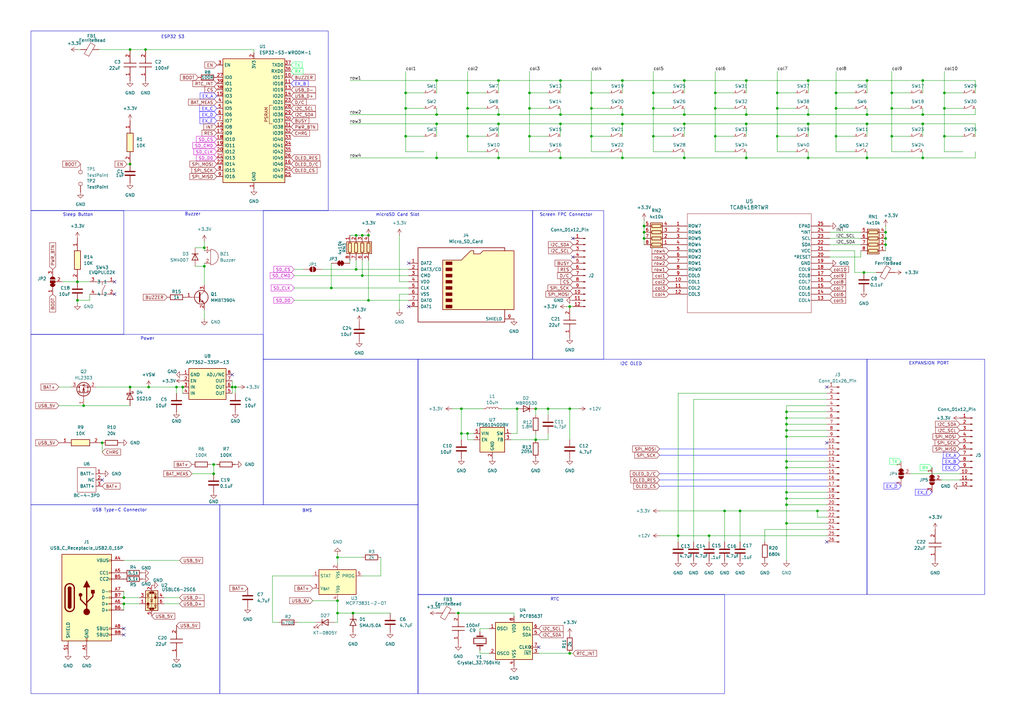
<source format=kicad_sch>
(kicad_sch (version 20250114) (generator "eeschema") (generator_version "9.0")
  (paper "A3")
  (title_block (title "E-Ink PDA Keyboard") (date "2024-10-22") (rev "V1.0") (comment 1 "Note: Parts based on JLCPCB basic parts library. Basic parts used where possible."))
  (rectangle (start 171.45 243.84) (end 297.18 284.48))
  (rectangle (start 218.44 86.36) (end 247.65 147.32))
  (rectangle (start 12.7 86.36) (end 50.8 137.16))
  (rectangle (start 107.95 147.32) (end 171.45 207.01))
  (rectangle (start 90.17 207.01) (end 171.45 284.48))
  (rectangle (start 171.45 147.32) (end 355.6 243.84))
  (rectangle (start 355.6 147.32) (end 403.86 243.84))
  (rectangle (start 107.95 86.36) (end 218.44 147.32))
  (rectangle (start 12.7 12.7) (end 134.62 86.36))
  (rectangle (start 12.7 137.16) (end 107.95 207.01))
  (rectangle (start 12.7 207.01) (end 90.17 284.48))
  (text "ESP32 S3" (at 70.866 15.24 0) (effects (font (size 1.27 1.27))))
  (text "RTC" (at 227.584 245.872 0) (effects (font (size 1.27 1.27))))
  (text "Screen FPC Connector" (at 232.156 88.138 0) (effects (font (size 1.27 1.27))))
  (text "Buzzer" (at 78.994 87.884 0) (effects (font (size 1.27 1.27))))
  (text "Power" (at 60.452 138.938 0) (effects (font (size 1.27 1.27))))
  (text "microSD Card Slot" (at 163.068 88.138 0) (effects (font (size 1.27 1.27))))
  (text "USB Type-C Connector\n" (at 49.022 209.296 0) (effects (font (size 1.27 1.27))))
  (text "EXPANSION PORT" (at 381 149.098 0) (effects (font (size 1.27 1.27))))
  (text "Sleep Button" (at 32.004 88.138 0) (effects (font (size 1.27 1.27))))
  (text "BMS\n" (at 125.984 209.55 0) (effects (font (size 1.27 1.27))))
  (text "I2C OLED" (at 258.826 149.352 0) (effects (font (size 1.27 1.27))))
  (junction (at 204.47 64.77))
  (junction (at 355.6 33.02))
  (junction (at 187.96 251.46))
  (junction (at 229.87 33.02))
  (junction (at 217.17 44.45))
  (junction (at 354.33 111.76))
  (junction (at 318.77 44.45))
  (junction (at 255.27 33.02))
  (junction (at 331.47 64.77))
  (junction (at 306.07 64.77))
  (junction (at 74.93 158.75))
  (junction (at 293.37 44.45))
  (junction (at 53.34 158.75))
  (junction (at 255.27 64.77))
  (junction (at 229.87 50.8))
  (junction (at 212.09 167.64))
  (junction (at 229.87 64.77))
  (junction (at 322.58 189.23))
  (junction (at 50.8 247.65))
  (junction (at 138.43 228.6))
  (junction (at 297.18 209.55))
  (junction (at 179.07 33.02))
  (junction (at 378.46 33.02))
  (junction (at 53.34 20.32))
  (junction (at 229.87 46.99))
  (junction (at 95.25 158.75))
  (junction (at 365.76 38.1))
  (junction (at 306.07 50.8))
  (junction (at 278.13 219.71))
  (junction (at 331.47 50.8))
  (junction (at 146.05 96.52))
  (junction (at 59.69 20.32))
  (junction (at 53.34 67.31))
  (junction (at 87.63 190.5))
  (junction (at 322.58 204.47))
  (junction (at 331.47 33.02))
  (junction (at 365.76 44.45))
  (junction (at 322.58 214.63))
  (junction (at 166.37 38.1))
  (junction (at 138.43 246.38))
  (junction (at 280.67 50.8))
  (junction (at 255.27 46.99))
  (junction (at 306.07 46.99))
  (junction (at 83.82 101.6))
  (junction (at 290.83 219.71))
  (junction (at 233.68 167.64))
  (junction (at 267.97 38.1))
  (junction (at 179.07 50.8))
  (junction (at 204.47 33.02))
  (junction (at 322.58 168.91))
  (junction (at 148.59 96.52))
  (junction (at 363.22 95.25))
  (junction (at 363.22 100.33))
  (junction (at 72.39 158.75))
  (junction (at 179.07 64.77))
  (junction (at 242.57 38.1))
  (junction (at 322.58 207.01))
  (junction (at 378.46 64.77))
  (junction (at 255.27 50.8))
  (junction (at 342.9 55.88))
  (junction (at 219.71 180.34))
  (junction (at 293.37 38.1))
  (junction (at 365.76 55.88))
  (junction (at 280.67 46.99))
  (junction (at 322.58 179.07))
  (junction (at 355.6 46.99))
  (junction (at 331.47 46.99))
  (junction (at 378.46 46.99))
  (junction (at 242.57 55.88))
  (junction (at 322.58 173.99))
  (junction (at 204.47 50.8))
  (junction (at 60.96 158.75))
  (junction (at 166.37 44.45))
  (junction (at 41.91 181.61))
  (junction (at 96.52 158.75))
  (junction (at 31.75 115.57))
  (junction (at 189.23 167.64))
  (junction (at 191.77 177.8))
  (junction (at 322.58 176.53))
  (junction (at 204.47 46.99))
  (junction (at 217.17 55.88))
  (junction (at 219.71 167.64))
  (junction (at 31.75 123.19))
  (junction (at 264.16 95.25))
  (junction (at 280.67 64.77))
  (junction (at 233.68 267.97))
  (junction (at 83.82 109.22))
  (junction (at 322.58 201.93))
  (junction (at 191.77 38.1))
  (junction (at 135.89 118.11))
  (junction (at 50.8 245.11))
  (junction (at 280.67 33.02))
  (junction (at 318.77 38.1))
  (junction (at 179.07 46.99))
  (junction (at 267.97 55.88))
  (junction (at 264.16 97.79))
  (junction (at 224.79 167.64))
  (junction (at 355.6 50.8))
  (junction (at 387.35 44.45))
  (junction (at 191.77 44.45))
  (junction (at 148.59 113.03))
  (junction (at 138.43 251.46))
  (junction (at 293.37 55.88))
  (junction (at 342.9 38.1))
  (junction (at 87.63 194.31))
  (junction (at 318.77 55.88))
  (junction (at 189.23 177.8))
  (junction (at 378.46 50.8))
  (junction (at 166.37 55.88))
  (junction (at 335.28 209.55))
  (junction (at 387.35 55.88))
  (junction (at 34.29 166.37))
  (junction (at 306.07 33.02))
  (junction (at 267.97 44.45))
  (junction (at 151.13 96.52))
  (junction (at 144.78 251.46))
  (junction (at 151.13 123.19))
  (junction (at 322.58 191.77))
  (junction (at 355.6 64.77))
  (junction (at 146.05 110.49))
  (junction (at 264.16 92.71))
  (junction (at 242.57 44.45))
  (junction (at 342.9 44.45))
  (junction (at 387.35 38.1))
  (junction (at 233.68 125.73))
  (junction (at 303.53 209.55))
  (junction (at 217.17 38.1))
  (junction (at 191.77 55.88))
  (junction (at 363.22 97.79))
  (junction (at 322.58 171.45))
  (no_connect (at 339.09 158.75))
  (no_connect (at 50.8 260.35))
  (no_connect (at 167.64 107.95))
  (no_connect (at 95.25 153.67))
  (no_connect (at 50.8 257.81))
  (no_connect (at 220.98 265.43))
  (no_connect (at 167.64 125.73))
  (no_connect (at 46.99 120.65))
  (no_connect (at 46.99 115.57))
  (no_connect (at 234.95 105.41))
  (no_connect (at 234.95 97.79))
  (no_connect (at 339.09 222.25))
  (no_connect (at 41.91 196.85))
  (no_connect (at 339.09 181.61))
  (wire (pts (xy 224.79 180.34) (xy 219.71 180.34)))
  (wire (pts (xy 331.47 50.8) (xy 331.47 55.88)))
  (wire (pts (xy 270.51 194.31) (xy 339.09 194.31)) (stroke (width 0) (color 0 14 255 1)))
  (wire (pts (xy 111.76 255.27) (xy 111.76 236.22)))
  (wire (pts (xy 50.8 247.65) (xy 57.15 247.65)))
  (wire (pts (xy 166.37 62.23) (xy 173.99 62.23)))
  (wire (pts (xy 212.09 167.64) (xy 212.09 177.8)))
  (wire (pts (xy 138.43 251.46) (xy 138.43 255.27)))
  (wire (pts (xy 331.47 64.77) (xy 355.6 64.77)))
  (wire (pts (xy 400.05 46.99) (xy 400.05 44.45)))
  (wire (pts (xy 219.71 177.8) (xy 219.71 180.34)))
  (wire (pts (xy 209.55 180.34) (xy 219.71 180.34)))
  (wire (pts (xy 146.05 106.68) (xy 146.05 110.49)))
  (wire (pts (xy 204.47 46.99) (xy 179.07 46.99)))
  (wire (pts (xy 34.29 166.37) (xy 24.13 166.37)))
  (wire (pts (xy 242.57 44.45) (xy 242.57 55.88)))
  (wire (pts (xy 386.08 196.85) (xy 393.7 196.85)))
  (wire (pts (xy 318.77 44.45) (xy 326.39 44.45)))
  (wire (pts (xy 191.77 38.1) (xy 199.39 38.1)))
  (wire (pts (xy 72.39 158.75) (xy 72.39 161.29)))
  (wire (pts (xy 185.42 167.64) (xy 189.23 167.64)))
  (wire (pts (xy 350.52 111.76) (xy 350.52 102.87)))
  (wire (pts (xy 146.05 110.49) (xy 167.64 110.49)))
  (wire (pts (xy 293.37 44.45) (xy 293.37 55.88)))
  (wire (pts (xy 400.05 50.8) (xy 400.05 55.88)))
  (wire (pts (xy 359.41 111.76) (xy 354.33 111.76)))
  (wire (pts (xy 387.35 38.1) (xy 387.35 44.45)))
  (wire (pts (xy 331.47 50.8) (xy 355.6 50.8)))
  (wire (pts (xy 31.75 123.19) (xy 36.83 123.19)))
  (wire (pts (xy 255.27 64.77) (xy 229.87 64.77)))
  (wire (pts (xy 255.27 50.8) (xy 255.27 55.88)))
  (wire (pts (xy 97.79 158.75) (xy 96.52 158.75)))
  (wire (pts (xy 335.28 212.09) (xy 335.28 209.55)))
  (wire (pts (xy 400.05 64.77) (xy 400.05 62.23)))
  (wire (pts (xy 217.17 44.45) (xy 224.79 44.45)))
  (wire (pts (xy 363.22 97.79) (xy 363.22 100.33)))
  (wire (pts (xy 322.58 168.91) (xy 339.09 168.91)))
  (wire (pts (xy 331.47 46.99) (xy 331.47 44.45)))
  (wire (pts (xy 217.17 38.1) (xy 224.79 38.1)))
  (wire (pts (xy 217.17 55.88) (xy 217.17 62.23)))
  (wire (pts (xy 39.37 158.75) (xy 53.34 158.75)))
  (wire (pts (xy 179.07 50.8) (xy 179.07 55.88)))
  (wire (pts (xy 255.27 33.02) (xy 255.27 38.1)))
  (wire (pts (xy 189.23 167.64) (xy 198.12 167.64)))
  (wire (pts (xy 355.6 64.77) (xy 378.46 64.77)))
  (wire (pts (xy 378.46 64.77) (xy 378.46 62.23)))
  (wire (pts (xy 166.37 55.88) (xy 173.99 55.88)))
  (wire (pts (xy 156.21 228.6) (xy 156.21 236.22)))
  (wire (pts (xy 255.27 46.99) (xy 255.27 44.45)))
  (wire (pts (xy 204.47 33.02) (xy 204.47 38.1)))
  (wire (pts (xy 138.43 228.6) (xy 148.59 228.6)))
  (wire (pts (xy 96.52 161.29) (xy 96.52 158.75)))
  (wire (pts (xy 267.97 44.45) (xy 275.59 44.45)))
  (wire (pts (xy 86.36 190.5) (xy 87.63 190.5)))
  (wire (pts (xy 143.51 50.8) (xy 179.07 50.8)))
  (wire (pts (xy 284.48 163.83) (xy 339.09 163.83)))
  (wire (pts (xy 293.37 38.1) (xy 300.99 38.1)))
  (wire (pts (xy 264.16 95.25) (xy 264.16 97.79)))
  (wire (pts (xy 242.57 55.88) (xy 250.19 55.88)))
  (wire (pts (xy 387.35 44.45) (xy 387.35 55.88)))
  (wire (pts (xy 339.09 217.17) (xy 313.69 217.17)))
  (wire (pts (xy 331.47 33.02) (xy 306.07 33.02)))
  (wire (pts (xy 255.27 50.8) (xy 229.87 50.8)))
  (wire (pts (xy 280.67 46.99) (xy 255.27 46.99)))
  (wire (pts (xy 166.37 38.1) (xy 173.99 38.1)))
  (wire (pts (xy 242.57 62.23) (xy 250.19 62.23)))
  (wire (pts (xy 121.92 255.27) (xy 129.54 255.27)))
  (wire (pts (xy 120.65 110.49) (xy 124.46 110.49)))
  (wire (pts (xy 191.77 44.45) (xy 199.39 44.45)))
  (wire (pts (xy 378.46 64.77) (xy 400.05 64.77)))
  (wire (pts (xy 229.87 64.77) (xy 229.87 62.23)))
  (wire (pts (xy 163.83 120.65) (xy 167.64 120.65)))
  (wire (pts (xy 224.79 167.64) (xy 219.71 167.64)))
  (wire (pts (xy 166.37 55.88) (xy 166.37 62.23)))
  (wire (pts (xy 120.65 113.03) (xy 148.59 113.03)))
  (wire (pts (xy 267.97 38.1) (xy 267.97 44.45)))
  (wire (pts (xy 264.16 90.17) (xy 264.16 92.71)))
  (wire (pts (xy 340.36 100.33) (xy 353.06 100.33)))
  (wire (pts (xy 373.38 194.31) (xy 393.7 194.31)))
  (wire (pts (xy 342.9 38.1) (xy 350.52 38.1)))
  (wire (pts (xy 342.9 55.88) (xy 350.52 55.88)))
  (wire (pts (xy 293.37 62.23) (xy 300.99 62.23)))
  (wire (pts (xy 217.17 62.23) (xy 224.79 62.23)))
  (wire (pts (xy 196.85 266.7) (xy 196.85 267.97)))
  (wire (pts (xy 163.83 127) (xy 163.83 120.65)))
  (wire (pts (xy 365.76 62.23) (xy 373.38 62.23)))
  (wire (pts (xy 297.18 209.55) (xy 303.53 209.55)))
  (wire (pts (xy 242.57 55.88) (xy 242.57 62.23)))
  (wire (pts (xy 204.47 50.8) (xy 204.47 55.88)))
  (wire (pts (xy 111.76 255.27) (xy 114.3 255.27)))
  (wire (pts (xy 378.46 46.99) (xy 378.46 44.45)))
  (wire (pts (xy 340.36 105.41) (xy 353.06 105.41)))
  (wire (pts (xy 331.47 64.77) (xy 331.47 62.23)))
  (wire (pts (xy 219.71 170.18) (xy 219.71 167.64)))
  (wire (pts (xy 264.16 92.71) (xy 264.16 95.25)))
  (wire (pts (xy 378.46 33.02) (xy 378.46 38.1)))
  (wire (pts (xy 342.9 38.1) (xy 342.9 44.45)))
  (wire (pts (xy 196.85 267.97) (xy 200.66 267.97)))
  (wire (pts (xy 255.27 33.02) (xy 229.87 33.02)))
  (wire (pts (xy 229.87 50.8) (xy 204.47 50.8)))
  (wire (pts (xy 191.77 62.23) (xy 199.39 62.23)))
  (wire (pts (xy 95.25 156.21) (xy 95.25 158.75)))
  (wire (pts (xy 353.06 105.41) (xy 353.06 102.87)))
  (wire (pts (xy 132.08 110.49) (xy 146.05 110.49)))
  (wire (pts (xy 87.63 190.5) (xy 88.9 190.5)))
  (wire (pts (xy 355.6 33.02) (xy 378.46 33.02)))
  (wire (pts (xy 267.97 55.88) (xy 275.59 55.88)))
  (wire (pts (xy 340.36 95.25) (xy 353.06 95.25)))
  (wire (pts (xy 255.27 64.77) (xy 255.27 62.23)))
  (wire (pts (xy 322.58 191.77) (xy 322.58 201.93)))
  (wire (pts (xy 331.47 46.99) (xy 355.6 46.99)))
  (wire (pts (xy 67.31 245.11) (xy 73.66 245.11)))
  (wire (pts (xy 138.43 227.33) (xy 138.43 228.6)))
  (wire (pts (xy 280.67 33.02) (xy 280.67 38.1)))
  (wire (pts (xy 111.76 236.22) (xy 128.27 236.22)))
  (wire (pts (xy 224.79 167.64) (xy 224.79 170.18)))
  (wire (pts (xy 280.67 50.8) (xy 255.27 50.8)))
  (wire (pts (xy 306.07 64.77) (xy 306.07 62.23)))
  (wire (pts (xy 355.6 33.02) (xy 355.6 38.1)))
  (wire (pts (xy 233.68 167.64) (xy 224.79 167.64)))
  (wire (pts (xy 204.47 50.8) (xy 179.07 50.8)))
  (wire (pts (xy 83.82 107.95) (xy 83.82 109.22)))
  (wire (pts (xy 83.82 130.81) (xy 83.82 127)))
  (wire (pts (xy 270.51 219.71) (xy 278.13 219.71)))
  (wire (pts (xy 148.59 106.68) (xy 148.59 113.03)))
  (wire (pts (xy 229.87 50.8) (xy 229.87 55.88)))
  (wire (pts (xy 278.13 219.71) (xy 290.83 219.71)))
  (wire (pts (xy 365.76 29.21) (xy 365.76 38.1)))
  (wire (pts (xy 322.58 201.93) (xy 339.09 201.93)))
  (wire (pts (xy 322.58 204.47) (xy 339.09 204.47)))
  (wire (pts (xy 67.31 247.65) (xy 73.66 247.65)))
  (wire (pts (xy 365.76 44.45) (xy 365.76 55.88)))
  (wire (pts (xy 306.07 46.99) (xy 280.67 46.99)))
  (wire (pts (xy 233.68 180.34) (xy 233.68 167.64)))
  (wire (pts (xy 50.8 247.65) (xy 50.8 250.19)))
  (wire (pts (xy 217.17 38.1) (xy 217.17 44.45)))
  (wire (pts (xy 322.58 171.45) (xy 339.09 171.45)))
  (wire (pts (xy 303.53 209.55) (xy 335.28 209.55)))
  (wire (pts (xy 331.47 50.8) (xy 306.07 50.8)))
  (wire (pts (xy 204.47 64.77) (xy 179.07 64.77)))
  (wire (pts (xy 267.97 44.45) (xy 267.97 55.88)))
  (wire (pts (xy 163.83 115.57) (xy 167.64 115.57)))
  (wire (pts (xy 280.67 64.77) (xy 280.67 62.23)))
  (wire (pts (xy 306.07 33.02) (xy 280.67 33.02)))
  (wire (pts (xy 318.77 38.1) (xy 318.77 44.45)))
  (wire (pts (xy 306.07 50.8) (xy 280.67 50.8)))
  (wire (pts (xy 355.6 64.77) (xy 355.6 62.23)))
  (wire (pts (xy 365.76 38.1) (xy 365.76 44.45)))
  (wire (pts (xy 229.87 33.02) (xy 204.47 33.02)))
  (wire (pts (xy 50.8 229.87) (xy 73.66 229.87)))
  (wire (pts (xy 194.31 180.34) (xy 191.77 180.34)))
  (wire (pts (xy 191.77 55.88) (xy 199.39 55.88)))
  (wire (pts (xy 322.58 166.37) (xy 322.58 168.91)))
  (wire (pts (xy 387.35 29.21) (xy 387.35 38.1)))
  (wire (pts (xy 34.29 166.37) (xy 53.34 166.37)))
  (wire (pts (xy 322.58 173.99) (xy 322.58 176.53)))
  (wire (pts (xy 191.77 29.21) (xy 191.77 38.1)))
  (wire (pts (xy 41.91 185.42) (xy 41.91 181.61)))
  (wire (pts (xy 270.51 209.55) (xy 297.18 209.55)))
  (wire (pts (xy 146.05 96.52) (xy 148.59 96.52)))
  (wire (pts (xy 342.9 44.45) (xy 350.52 44.45)))
  (wire (pts (xy 191.77 180.34) (xy 191.77 177.8)))
  (wire (pts (xy 365.76 44.45) (xy 373.38 44.45)))
  (wire (pts (xy 306.07 64.77) (xy 280.67 64.77)))
  (wire (pts (xy 387.35 55.88) (xy 394.97 55.88)))
  (wire (pts (xy 378.46 50.8) (xy 378.46 55.88)))
  (wire (pts (xy 331.47 33.02) (xy 331.47 38.1)))
  (wire (pts (xy 297.18 209.55) (xy 297.18 222.25)))
  (wire (pts (xy 53.34 158.75) (xy 60.96 158.75)))
  (wire (pts (xy 78.74 194.31) (xy 87.63 194.31)))
  (wire (pts (xy 318.77 29.21) (xy 318.77 38.1)))
  (wire (pts (xy 387.35 44.45) (xy 394.97 44.45)))
  (wire (pts (xy 322.58 214.63) (xy 322.58 229.87)))
  (wire (pts (xy 322.58 207.01) (xy 322.58 214.63)))
  (wire (pts (xy 96.52 158.75) (xy 95.25 158.75)))
  (wire (pts (xy 31.75 115.57) (xy 36.83 115.57)))
  (wire (pts (xy 83.82 101.6) (xy 83.82 102.87)))
  (wire (pts (xy 143.51 106.68) (xy 143.51 107.95)))
  (wire (pts (xy 143.51 96.52) (xy 146.05 96.52)))
  (wire (pts (xy 135.89 107.95) (xy 135.89 118.11)))
  (wire (pts (xy 290.83 219.71) (xy 290.83 222.25)))
  (wire (pts (xy 318.77 38.1) (xy 326.39 38.1)))
  (wire (pts (xy 234.95 267.97) (xy 233.68 267.97)))
  (wire (pts (xy 322.58 176.53) (xy 322.58 179.07)))
  (wire (pts (xy 128.27 246.38) (xy 138.43 246.38)))
  (wire (pts (xy 280.67 33.02) (xy 255.27 33.02)))
  (wire (pts (xy 212.09 177.8) (xy 209.55 177.8)))
  (wire (pts (xy 378.46 46.99) (xy 400.05 46.99)))
  (wire (pts (xy 355.6 50.8) (xy 378.46 50.8)))
  (wire (pts (xy 363.22 95.25) (xy 363.22 97.79)))
  (wire (pts (xy 80.01 101.6) (xy 83.82 101.6)))
  (wire (pts (xy 72.39 158.75) (xy 74.93 158.75)))
  (wire (pts (xy 365.76 55.88) (xy 365.76 62.23)))
  (wire (pts (xy 166.37 29.21) (xy 166.37 38.1)))
  (wire (pts (xy 156.21 236.22) (xy 148.59 236.22)))
  (wire (pts (xy 355.6 46.99) (xy 378.46 46.99)))
  (wire (pts (xy 144.78 251.46) (xy 160.02 251.46)))
  (wire (pts (xy 191.77 44.45) (xy 191.77 55.88)))
  (wire (pts (xy 306.07 50.8) (xy 306.07 55.88)))
  (wire (pts (xy 217.17 44.45) (xy 217.17 55.88)))
  (wire (pts (xy 267.97 55.88) (xy 267.97 62.23)))
  (wire (pts (xy 378.46 33.02) (xy 400.05 33.02)))
  (wire (pts (xy 264.16 97.79) (xy 264.16 100.33)))
  (wire (pts (xy 322.58 189.23) (xy 339.09 189.23)))
  (wire (pts (xy 242.57 38.1) (xy 242.57 44.45)))
  (wire (pts (xy 205.74 167.64) (xy 212.09 167.64)))
  (wire (pts (xy 191.77 55.88) (xy 191.77 62.23)))
  (wire (pts (xy 179.07 33.02) (xy 179.07 38.1)))
  (wire (pts (xy 148.59 113.03) (xy 167.64 113.03)))
  (wire (pts (xy 232.41 125.73) (xy 233.68 125.73)))
  (wire (pts (xy 331.47 64.77) (xy 306.07 64.77)))
  (wire (pts (xy 95.25 158.75) (xy 95.25 161.29)))
  (wire (pts (xy 242.57 44.45) (xy 250.19 44.45)))
  (wire (pts (xy 74.93 161.29) (xy 74.93 158.75)))
  (wire (pts (xy 151.13 123.19) (xy 167.64 123.19)))
  (wire (pts (xy 339.09 166.37) (xy 322.58 166.37)))
  (wire (pts (xy 322.58 179.07) (xy 322.58 189.23)))
  (wire (pts (xy 318.77 44.45) (xy 318.77 55.88)))
  (wire (pts (xy 363.22 92.71) (xy 363.22 95.25)))
  (wire (pts (xy 229.87 46.99) (xy 229.87 44.45)))
  (wire (pts (xy 278.13 219.71) (xy 278.13 222.25)))
  (wire (pts (xy 318.77 62.23) (xy 326.39 62.23)))
  (wire (pts (xy 340.36 97.79) (xy 353.06 97.79)))
  (wire (pts (xy 151.13 106.68) (xy 151.13 123.19)))
  (wire (pts (xy 322.58 173.99) (xy 339.09 173.99)))
  (wire (pts (xy 270.51 184.15) (xy 339.09 184.15)) (stroke (width 0) (color 0 14 255 1)))
  (wire (pts (xy 280.67 46.99) (xy 280.67 44.45)))
  (wire (pts (xy 179.07 44.45) (xy 179.07 46.99)))
  (wire (pts (xy 50.8 242.57) (xy 50.8 245.11)))
  (wire (pts (xy 278.13 161.29) (xy 278.13 219.71)))
  (wire (pts (xy 339.09 212.09) (xy 335.28 212.09)))
  (wire (pts (xy 83.82 99.06) (xy 83.82 101.6)))
  (wire (pts (xy 217.17 55.88) (xy 224.79 55.88)))
  (wire (pts (xy 143.51 33.02) (xy 179.07 33.02)))
  (wire (pts (xy 204.47 33.02) (xy 179.07 33.02)))
  (wire (pts (xy 138.43 228.6) (xy 138.43 231.14)))
  (wire (pts (xy 138.43 246.38) (xy 138.43 251.46)))
  (wire (pts (xy 335.28 209.55) (xy 339.09 209.55)))
  (wire (pts (xy 163.83 96.52) (xy 163.83 115.57)))
  (wire (pts (xy 293.37 55.88) (xy 300.99 55.88)))
  (wire (pts (xy 284.48 163.83) (xy 284.48 222.25)))
  (wire (pts (xy 138.43 251.46) (xy 144.78 251.46)))
  (wire (pts (xy 331.47 46.99) (xy 306.07 46.99)))
  (wire (pts (xy 120.65 123.19) (xy 151.13 123.19)))
  (wire (pts (xy 350.52 102.87) (xy 340.36 102.87)))
  (wire (pts (xy 306.07 46.99) (xy 306.07 44.45)))
  (wire (pts (xy 270.51 186.69) (xy 339.09 186.69)) (stroke (width 0) (color 0 14 255 1)))
  (wire (pts (xy 331.47 33.02) (xy 355.6 33.02)))
  (wire (pts (xy 306.07 33.02) (xy 306.07 38.1)))
  (wire (pts (xy 322.58 168.91) (xy 322.58 171.45)))
  (wire (pts (xy 143.51 64.77) (xy 179.07 64.77)))
  (wire (pts (xy 293.37 55.88) (xy 293.37 62.23)))
  (wire (pts (xy 322.58 179.07) (xy 339.09 179.07)))
  (wire (pts (xy 322.58 191.77) (xy 339.09 191.77)))
  (wire (pts (xy 342.9 62.23) (xy 350.52 62.23)))
  (wire (pts (xy 342.9 44.45) (xy 342.9 55.88)))
  (wire (pts (xy 204.47 46.99) (xy 204.47 44.45)))
  (wire (pts (xy 278.13 161.29) (xy 339.09 161.29)))
  (wire (pts (xy 313.69 217.17) (xy 313.69 222.25)))
  (wire (pts (xy 290.83 219.71) (xy 339.09 219.71)))
  (wire (pts (xy 242.57 29.21) (xy 242.57 38.1)))
  (wire (pts (xy 303.53 209.55) (xy 303.53 222.25)))
  (wire (pts (xy 318.77 55.88) (xy 326.39 55.88)))
  (wire (pts (xy 135.89 118.11) (xy 167.64 118.11)))
  (wire (pts (xy 148.59 96.52) (xy 151.13 96.52)))
  (wire (pts (xy 104.14 20.32) (xy 104.14 21.59)))
  (wire (pts (xy 191.77 38.1) (xy 191.77 44.45)))
  (wire (pts (xy 365.76 55.88) (xy 373.38 55.88)))
  (wire (pts (xy 210.82 251.46) (xy 210.82 252.73)))
  (wire (pts (xy 166.37 38.1) (xy 166.37 44.45)))
  (wire (pts (xy 342.9 55.88) (xy 342.9 62.23)))
  (wire (pts (xy 322.58 176.53) (xy 339.09 176.53)))
  (wire (pts (xy 138.43 255.27) (xy 137.16 255.27)))
  (wire (pts (xy 322.58 171.45) (xy 322.58 173.99)))
  (wire (pts (xy 293.37 44.45) (xy 300.99 44.45)))
  (wire (pts (xy 242.57 38.1) (xy 250.19 38.1)))
  (wire (pts (xy 229.87 33.02) (xy 229.87 38.1)))
  (wire (pts (xy 280.67 50.8) (xy 280.67 55.88)))
  (wire (pts (xy 293.37 29.21) (xy 293.37 38.1)))
  (wire (pts (xy 25.4 115.57) (xy 31.75 115.57)))
  (wire (pts (xy 280.67 64.77) (xy 255.27 64.77)))
  (wire (pts (xy 186.69 251.46) (xy 187.96 251.46)))
  (wire (pts (xy 143.51 46.99) (xy 179.07 46.99)))
  (wire (pts (xy 53.34 20.32) (xy 59.69 20.32)))
  (wire (pts (xy 322.58 189.23) (xy 322.58 191.77)))
  (wire (pts (xy 196.85 259.08) (xy 196.85 257.81)))
  (wire (pts (xy 350.52 111.76) (xy 354.33 111.76)))
  (wire (pts (xy 189.23 177.8) (xy 189.23 167.64)))
  (wire (pts (xy 229.87 64.77) (xy 204.47 64.77)))
  (wire (pts (xy 50.8 245.11) (xy 57.15 245.11)))
  (wire (pts (xy 189.23 177.8) (xy 191.77 177.8)))
  (wire (pts (xy 31.75 20.32) (xy 33.02 20.32)))
  (wire (pts (xy 59.69 20.32) (xy 104.14 20.32)))
  (wire (pts (xy 220.98 267.97) (xy 233.68 267.97)))
  (wire (pts (xy 355.6 46.99) (xy 355.6 44.45)))
  (wire (pts (xy 387.35 62.23) (xy 394.97 62.23)))
  (wire (pts (xy 267.97 38.1) (xy 275.59 38.1)))
  (wire (pts (xy 40.64 20.32) (xy 53.34 20.32)))
  (wire (pts (xy 365.76 38.1) (xy 373.38 38.1)))
  (wire (pts (xy 233.68 125.73) (xy 234.95 125.73)))
  (wire (pts (xy 120.65 118.11) (xy 135.89 118.11)))
  (wire (pts (xy 339.09 196.85) (xy 270.51 196.85)) (stroke (width 0) (color 0 14 255 1)))
  (wire (pts (xy 255.27 46.99) (xy 229.87 46.99)))
  (wire (pts (xy 363.22 100.33) (xy 363.22 102.87)))
  (wire (pts (xy 322.58 214.63) (xy 339.09 214.63)))
  (wire (pts (xy 24.13 158.75) (xy 29.21 158.75)))
  (wire (pts (xy 322.58 201.93) (xy 322.58 204.47)))
  (wire (pts (xy 293.37 38.1) (xy 293.37 44.45)))
  (wire (pts (xy 342.9 29.21) (xy 342.9 38.1)))
  (wire (pts (xy 187.96 251.46) (xy 210.82 251.46)))
  (wire (pts (xy 267.97 29.21) (xy 267.97 38.1)))
  (wire (pts (xy 387.35 55.88) (xy 387.35 62.23)))
  (wire (pts (xy 400.05 33.02) (xy 400.05 38.1)))
  (wire (pts (xy 270.51 199.39) (xy 339.09 199.39)) (stroke (width 0) (color 0 14 255 1)))
  (wire (pts (xy 166.37 44.45) (xy 173.99 44.45)))
  (wire (pts (xy 36.83 123.19) (xy 36.83 120.65)))
  (wire (pts (xy 217.17 29.21) (xy 217.17 38.1)))
  (wire (pts (xy 387.35 38.1) (xy 394.97 38.1)))
  (wire (pts (xy 204.47 64.77) (xy 204.47 62.23)))
  (wire (pts (xy 322.58 204.47) (xy 322.58 207.01)))
  (wire (pts (xy 194.31 177.8) (xy 191.77 177.8)))
  (wire (pts (xy 224.79 177.8) (xy 224.79 180.34)))
  (wire (pts (xy 31.75 123.19) (xy 31.75 124.46)))
  (wire (pts (xy 355.6 50.8) (xy 355.6 55.88)))
  (wire (pts (xy 339.09 207.01) (xy 322.58 207.01)))
  (wire (pts (xy 267.97 62.23) (xy 275.59 62.23)))
  (wire (pts (xy 196.85 257.81) (xy 200.66 257.81)))
  (wire (pts (xy 80.01 109.22) (xy 83.82 109.22)))
  (wire (pts (xy 378.46 50.8) (xy 400.05 50.8)))
  (wire (pts (xy 189.23 180.34) (xy 189.23 177.8)))
  (wire (pts (xy 52.07 67.31) (xy 53.34 67.31)))
  (wire (pts (xy 87.63 190.5) (xy 87.63 194.31)))
  (wire (pts (xy 83.82 109.22) (xy 83.82 116.84)))
  (wire (pts (xy 237.49 167.64) (xy 233.68 167.64)))
  (wire (pts (xy 166.37 44.45) (xy 166.37 55.88)))
  (wire (pts (xy 179.07 64.77) (xy 179.07 62.23)))
  (wire (pts (xy 318.77 55.88) (xy 318.77 62.23)))
  (wire (pts (xy 60.96 158.75) (xy 72.39 158.75)))
  (wire (pts (xy 229.87 46.99) (xy 204.47 46.99)))
  (label "col10" (at 387.35 29.21 0))
  (label "col5" (at 267.97 29.21 0))
  (label "row2" (at 143.51 46.99 0))
  (label "col3" (at 217.17 29.21 0))
  (label "col1" (at 166.37 29.21 0))
  (label "col7" (at 318.77 29.21 0))
  (label "col9" (at 365.76 29.21 0))
  (label "I2C_SDA" (at 342.9 100.33 0))
  (label "row4" (at 143.51 64.77 0))
  (label "col6" (at 293.37 29.21 0))
  (label "col2" (at 191.77 29.21 0))
  (label "I2C_SCL" (at 342.9 97.79 0))
  (label "col4" (at 242.57 29.21 0))
  (label "col8" (at 342.9 29.21 0))
  (label "INT" (at 342.9 95.25 0))
  (label "row3" (at 143.51 50.8 0))
  (label "row1" (at 143.51 33.02 0))
  (global_label "OLED_RES" (shape input) (at 270.51 196.85 180) (property "Intersheetrefs" "${INTERSHEET_REFS}" (effects (hide yes))))
  (global_label "USB_5V" (shape input) (at 128.27 246.38 180) (property "Intersheetrefs" "${INTERSHEET_REFS}" (effects (hide yes))))
  (global_label "USB_5V" (shape input) (at 72.39 256.54 0) (property "Intersheetrefs" "${INTERSHEET_REFS}" (effects (hide yes))))
  (global_label "EX_E" (shape input) (at 88.9 49.53 180) (property "Intersheetrefs" "${INTERSHEET_REFS}" (effects (hide yes))))
  (global_label "RTC_INT" (shape input) (at 88.9 34.29 180) (property "Intersheetrefs" "${INTERSHEET_REFS}" (effects (hide yes))))
  (global_label "I2C_SCL" (shape input) (at 234.95 102.87 180) (property "Intersheetrefs" "${INTERSHEET_REFS}" (effects (hide yes))))
  (global_label "OLED_RES" (shape input) (at 119.38 64.77 0) (property "Intersheetrefs" "${INTERSHEET_REFS}" (effects (hide yes))))
  (global_label "I2C_SDA" (shape input) (at 220.98 260.35 0) (property "Intersheetrefs" "${INTERSHEET_REFS}" (effects (hide yes))))
  (global_label "BUZZER" (shape input) (at 119.38 31.75 0) (property "Intersheetrefs" "${INTERSHEET_REFS}" (effects (hide yes))))
  (global_label "EX_B" (shape input) (at 119.38 34.29 0) (property "Intersheetrefs" "${INTERSHEET_REFS}" (effects (hide yes))))
  (global_label "TX" (shape input) (at 119.38 26.67 0) (property "Intersheetrefs" "${INTERSHEET_REFS}" (effects (hide yes))))
  (global_label "BUSY" (shape input) (at 119.38 49.53 0) (property "Intersheetrefs" "${INTERSHEET_REFS}" (effects (hide yes))))
  (global_label "RX" (shape input) (at 119.38 29.21 0) (property "Intersheetrefs" "${INTERSHEET_REFS}" (effects (hide yes))))
  (global_label "EN" (shape input) (at 88.9 26.67 180) (property "Intersheetrefs" "${INTERSHEET_REFS}" (effects (hide yes))))
  (global_label "USB_5V" (shape input) (at 24.13 166.37 180) (property "Intersheetrefs" "${INTERSHEET_REFS}" (effects (hide yes))))
  (global_label "I2C_SCL" (shape input) (at 119.38 44.45 0) (property "Intersheetrefs" "${INTERSHEET_REFS}" (effects (hide yes))))
  (global_label "BAT_MEAS" (shape input) (at 78.74 194.31 180) (property "Intersheetrefs" "${INTERSHEET_REFS}" (effects (hide yes))))
  (global_label "SPI_MOSI" (shape input) (at 88.9 67.31 180) (property "Intersheetrefs" "${INTERSHEET_REFS}" (effects (hide yes))))
  (global_label "OLED_D{slash}C" (shape input) (at 119.38 67.31 0) (property "Intersheetrefs" "${INTERSHEET_REFS}" (effects (hide yes))))
  (global_label "INT" (shape input) (at 88.9 52.07 180) (property "Intersheetrefs" "${INTERSHEET_REFS}" (effects (hide yes))))
  (global_label "SPI_SCK" (shape input) (at 270.51 186.69 180) (property "Intersheetrefs" "${INTERSHEET_REFS}" (effects (hide yes))))
  (global_label "BOOT" (shape input) (at 33.02 67.31 180) (property "Intersheetrefs" "${INTERSHEET_REFS}" (effects (hide yes))))
  (global_label "CHRG" (shape input) (at 41.91 185.42 0) (property "Intersheetrefs" "${INTERSHEET_REFS}" (effects (hide yes))))
  (global_label "SD_CMD" (shape input) (at 120.65 113.03 180) (property "Intersheetrefs" "${INTERSHEET_REFS}" (effects (hide yes))))
  (global_label "EX_E" (shape input) (at 382.27 201.93 180) (property "Intersheetrefs" "${INTERSHEET_REFS}" (effects (hide yes))))
  (global_label "SD_CLK" (shape input) (at 120.65 118.11 180) (property "Intersheetrefs" "${INTERSHEET_REFS}" (effects (hide yes))))
  (global_label "CS" (shape input) (at 88.9 36.83 180) (property "Intersheetrefs" "${INTERSHEET_REFS}" (effects (hide yes))))
  (global_label "col7" (shape input) (at 340.36 118.11 0) (property "Intersheetrefs" "${INTERSHEET_REFS}" (effects (hide yes))))
  (global_label "SD_CS" (shape input) (at 120.65 110.49 180) (property "Intersheetrefs" "${INTERSHEET_REFS}" (effects (hide yes))))
  (global_label "col8" (shape input) (at 340.36 115.57 0) (property "Intersheetrefs" "${INTERSHEET_REFS}" (effects (hide yes))))
  (global_label "EN" (shape input) (at 52.07 67.31 180) (property "Intersheetrefs" "${INTERSHEET_REFS}" (effects (hide yes))))
  (global_label "USB_5V" (shape input) (at 24.13 181.61 180) (property "Intersheetrefs" "${INTERSHEET_REFS}" (effects (hide yes))))
  (global_label "SPI_MISO" (shape input) (at 393.7 184.15 180) (property "Intersheetrefs" "${INTERSHEET_REFS}" (effects (hide yes))))
  (global_label "SD_CLK" (shape input) (at 88.9 62.23 180) (property "Intersheetrefs" "${INTERSHEET_REFS}" (effects (hide yes))))
  (global_label "col5" (shape input) (at 340.36 123.19 0) (property "Intersheetrefs" "${INTERSHEET_REFS}" (effects (hide yes))))
  (global_label "D{slash}C" (shape input) (at 234.95 113.03 180) (property "Intersheetrefs" "${INTERSHEET_REFS}" (effects (hide yes))))
  (global_label "TX" (shape input) (at 369.57 189.23 180) (property "Intersheetrefs" "${INTERSHEET_REFS}" (effects (hide yes))))
  (global_label "USB_5V" (shape input) (at 73.66 229.87 0) (property "Intersheetrefs" "${INTERSHEET_REFS}" (effects (hide yes))))
  (global_label "SPI_MOSI" (shape input) (at 234.95 120.65 180) (property "Intersheetrefs" "${INTERSHEET_REFS}" (effects (hide yes))))
  (global_label "USB_D-" (shape input) (at 119.38 36.83 0) (property "Intersheetrefs" "${INTERSHEET_REFS}" (effects (hide yes))))
  (global_label "row4" (shape input) (at 274.32 102.87 180) (property "Intersheetrefs" "${INTERSHEET_REFS}" (effects (hide yes))))
  (global_label "RES" (shape input) (at 234.95 110.49 180) (property "Intersheetrefs" "${INTERSHEET_REFS}" (effects (hide yes))))
  (global_label "EX_A" (shape input) (at 393.7 186.69 180) (property "Intersheetrefs" "${INTERSHEET_REFS}" (effects (hide yes))))
  (global_label "I2C_SCL" (shape input) (at 220.98 257.81 0) (property "Intersheetrefs" "${INTERSHEET_REFS}" (effects (hide yes))))
  (global_label "col2" (shape input) (at 274.32 115.57 180) (property "Intersheetrefs" "${INTERSHEET_REFS}" (effects (hide yes))))
  (global_label "OLED_CS" (shape input) (at 270.51 199.39 180) (property "Intersheetrefs" "${INTERSHEET_REFS}" (effects (hide yes))))
  (global_label "SPI_MOSI" (shape input) (at 393.7 179.07 180) (property "Intersheetrefs" "${INTERSHEET_REFS}" (effects (hide yes))))
  (global_label "BOOT" (shape input) (at 81.28 31.75 180) (property "Intersheetrefs" "${INTERSHEET_REFS}" (effects (hide yes))))
  (global_label "USB_5V" (shape input) (at 62.23 252.73 0) (property "Intersheetrefs" "${INTERSHEET_REFS}" (effects (hide yes))))
  (global_label "RX" (shape input) (at 382.27 191.77 180) (property "Intersheetrefs" "${INTERSHEET_REFS}" (effects (hide yes))))
  (global_label "BAT+" (shape input) (at 78.74 190.5 180) (property "Intersheetrefs" "${INTERSHEET_REFS}" (effects (hide yes))))
  (global_label "col3" (shape input) (at 274.32 118.11 180) (property "Intersheetrefs" "${INTERSHEET_REFS}" (effects (hide yes))))
  (global_label "USB_D+" (shape input) (at 119.38 39.37 0) (property "Intersheetrefs" "${INTERSHEET_REFS}" (effects (hide yes))))
  (global_label "BUSY" (shape input) (at 234.95 107.95 180) (property "Intersheetrefs" "${INTERSHEET_REFS}" (effects (hide yes))))
  (global_label "USB_D+" (shape input) (at 73.66 247.65 0) (property "Intersheetrefs" "${INTERSHEET_REFS}" (effects (hide yes))))
  (global_label "SD_CMD" (shape input) (at 88.9 59.69 180) (property "Intersheetrefs" "${INTERSHEET_REFS}" (effects (hide yes))))
  (global_label "I2C_SDA" (shape input) (at 234.95 100.33 180) (property "Intersheetrefs" "${INTERSHEET_REFS}" (effects (hide yes))))
  (global_label "D{slash}C" (shape input) (at 119.38 41.91 0) (property "Intersheetrefs" "${INTERSHEET_REFS}" (effects (hide yes))))
  (global_label "CS" (shape input) (at 234.95 115.57 180) (property "Intersheetrefs" "${INTERSHEET_REFS}" (effects (hide yes))))
  (global_label "USB_D-" (shape input) (at 73.66 245.11 0) (property "Intersheetrefs" "${INTERSHEET_REFS}" (effects (hide yes))))
  (global_label "OLED_D{slash}C" (shape input) (at 270.51 194.31 180) (property "Intersheetrefs" "${INTERSHEET_REFS}" (effects (hide yes))))
  (global_label "SPI_SCK" (shape input) (at 88.9 69.85 180) (property "Intersheetrefs" "${INTERSHEET_REFS}" (effects (hide yes))))
  (global_label "PWR_BTN" (shape input) (at 119.38 52.07 0) (property "Intersheetrefs" "${INTERSHEET_REFS}" (effects (hide yes))))
  (global_label "EX_A" (shape input) (at 88.9 39.37 180) (property "Intersheetrefs" "${INTERSHEET_REFS}" (effects (hide yes))))
  (global_label "EX_C" (shape input) (at 88.9 44.45 180) (property "Intersheetrefs" "${INTERSHEET_REFS}" (effects (hide yes))))
  (global_label "BUZZER" (shape input) (at 68.58 121.92 180) (property "Intersheetrefs" "${INTERSHEET_REFS}" (effects (hide yes))))
  (global_label "BAT_MEAS" (shape input) (at 88.9 41.91 180) (property "Intersheetrefs" "${INTERSHEET_REFS}" (effects (hide yes))))
  (global_label "col10" (shape input) (at 340.36 110.49 0) (property "Intersheetrefs" "${INTERSHEET_REFS}" (effects (hide yes))))
  (global_label "col4" (shape input) (at 274.32 120.65 180) (property "Intersheetrefs" "${INTERSHEET_REFS}" (effects (hide yes))))
  (global_label "BAT+" (shape input) (at 101.6 241.3 180) (property "Intersheetrefs" "${INTERSHEET_REFS}" (effects (hide yes))))
  (global_label "SPI_SCK" (shape input) (at 393.7 181.61 180) (property "Intersheetrefs" "${INTERSHEET_REFS}" (effects (hide yes))))
  (global_label "row3" (shape input) (at 274.32 105.41 180) (property "Intersheetrefs" "${INTERSHEET_REFS}" (effects (hide yes))))
  (global_label "SD_D0" (shape input) (at 88.9 64.77 180) (property "Intersheetrefs" "${INTERSHEET_REFS}" (effects (hide yes))))
  (global_label "OLED_CS" (shape input) (at 119.38 69.85 0) (property "Intersheetrefs" "${INTERSHEET_REFS}" (effects (hide yes))))
  (global_label "col6" (shape input) (at 340.36 120.65 0) (property "Intersheetrefs" "${INTERSHEET_REFS}" (effects (hide yes))))
  (global_label "BAT+" (shape input) (at 24.13 158.75 180) (property "Intersheetrefs" "${INTERSHEET_REFS}" (effects (hide yes))))
  (global_label "PWR_BTN" (shape input) (at 21.59 110.49 90) (property "Intersheetrefs" "${INTERSHEET_REFS}" (effects (hide yes))))
  (global_label "RES" (shape input) (at 88.9 54.61 180) (property "Intersheetrefs" "${INTERSHEET_REFS}" (effects (hide yes))))
  (global_label "row1" (shape input) (at 274.32 110.49 180) (property "Intersheetrefs" "${INTERSHEET_REFS}" (effects (hide yes))))
  (global_label "EX_B" (shape input) (at 393.7 189.23 180) (property "Intersheetrefs" "${INTERSHEET_REFS}" (effects (hide yes))))
  (global_label "I2C_SDA" (shape input) (at 119.38 46.99 0) (property "Intersheetrefs" "${INTERSHEET_REFS}" (effects (hide yes))))
  (global_label "SD_CS" (shape input) (at 88.9 57.15 180) (property "Intersheetrefs" "${INTERSHEET_REFS}" (effects (hide yes))))
  (global_label "BAT+" (shape input) (at 41.91 199.39 0) (property "Intersheetrefs" "${INTERSHEET_REFS}" (effects (hide yes))))
  (global_label "CHRG" (shape input) (at 119.38 54.61 0) (property "Intersheetrefs" "${INTERSHEET_REFS}" (effects (hide yes))))
  (global_label "EX_D" (shape input) (at 369.57 199.39 180) (property "Intersheetrefs" "${INTERSHEET_REFS}" (effects (hide yes))))
  (global_label "col9" (shape input) (at 340.36 113.03 0) (property "Intersheetrefs" "${INTERSHEET_REFS}" (effects (hide yes))))
  (global_label "row2" (shape input) (at 274.32 107.95 180) (property "Intersheetrefs" "${INTERSHEET_REFS}" (effects (hide yes))))
  (global_label "col1" (shape input) (at 274.32 113.03 180) (property "Intersheetrefs" "${INTERSHEET_REFS}" (effects (hide yes))))
  (global_label "I2C_SDA" (shape input) (at 393.7 173.99 180) (property "Intersheetrefs" "${INTERSHEET_REFS}" (effects (hide yes))))
  (global_label "SPI_MISO" (shape input) (at 88.9 72.39 180) (property "Intersheetrefs" "${INTERSHEET_REFS}" (effects (hide yes))))
  (global_label "SPI_SCK" (shape input) (at 234.95 118.11 180) (property "Intersheetrefs" "${INTERSHEET_REFS}" (effects (hide yes))))
  (global_label "BOOT" (shape input) (at 21.59 120.65 270) (property "Intersheetrefs" "${INTERSHEET_REFS}" (effects (hide yes))))
  (global_label "EX_D" (shape input) (at 88.9 46.99 180) (property "Intersheetrefs" "${INTERSHEET_REFS}" (effects (hide yes))))
  (global_label "SPI_MOSI" (shape input) (at 270.51 184.15 180) (property "Intersheetrefs" "${INTERSHEET_REFS}" (effects (hide yes))))
  (global_label "SD_D0" (shape input) (at 120.65 123.19 180) (property "Intersheetrefs" "${INTERSHEET_REFS}" (effects (hide yes))))
  (global_label "RTC_INT" (shape input) (at 234.95 267.97 0) (property "Intersheetrefs" "${INTERSHEET_REFS}" (effects (hide yes))))
  (global_label "I2C_SCL" (shape input) (at 393.7 176.53 180) (property "Intersheetrefs" "${INTERSHEET_REFS}" (effects (hide yes))))
  (global_label "EX_C" (shape input) (at 393.7 191.77 180) (property "Intersheetrefs" "${INTERSHEET_REFS}" (effects (hide yes))))
  (global_label "BAT+" (shape input) (at 128.27 241.3 180) (property "Intersheetrefs" "${INTERSHEET_REFS}" (effects (hide yes))))
  (symbol (lib_id "power:GND") (at 144.78 259.08 0) (unit 1)
    (property "Reference" "#PWR030" (effects (hide yes)))
    (property "Value" "GND" (at 144.78 264.16 0))
    (property "Description" "Power symbol creates a global label with name \"GND\" , ground" (effects (hide yes)))
  )
  (symbol (lib_id "snaptron_7mm_doublesided:contact_pad") (at 252.73 59.69 0) (unit 1)
    (property "Reference" "SW22" (at 253.238 59.436 0))
    (property "Value" "~" (at 252.73 59.69 0))
    (property "Footprint" "snaptron_7mm_doublesided:contact_pad_SINGLE" (effects (hide yes)))
  )
  (symbol (lib_id "snaptron_7mm_doublesided:contact_pad") (at 353.06 35.56 0) (unit 1)
    (property "Reference" "SW5" (at 353.568 35.306 0))
    (property "Value" "~" (at 353.06 35.56 0))
    (property "Footprint" "snaptron_7mm_doublesided:contact_pad_SINGLE" (effects (hide yes)))
  )
  (symbol (lib_id "power:+3.3V") (at 383.54 217.17 0) (mirror y) (unit 1)
    (property "Reference" "#PWR069" (effects (hide yes)))
    (property "Value" "+3.3V" (at 383.54 212.09 0))
    (property "Description" "Power symbol creates a global label with name \"+3.3V\"" (effects (hide yes)))
  )
  (symbol (lib_id "Diode:SMAJ5.0A") (at 144.78 255.27 270) (unit 1)
    (property "Reference" "D1" (at 147.32 253.9999 90) (effects (justify left)))
    (property "Value" "SMAJ5.0A" (at 147.32 256.5399 90) (effects (justify left)))
    (property "Footprint" "Diode_SMD:D_SMA" (effects (hide yes)))
    (property "Datasheet" "https://www.littelfuse.com/media?resourcetype=datasheets&itemid=75e32973-b177-4ee3-a0ff-cedaf1abdb93&filename=smaj-datasheet" (effects (hide yes)))
    (property "Description" "400W unidirectional Transient Voltage Suppressor, 5.0Vr, SMA(DO-214AC)" (effects (hide yes)))
    (property "LCSC Part #" "C78401" (effects (hide yes)))
  )
  (symbol (lib_id "snaptron_7mm_doublesided:contact_pad") (at 227.33 41.91 0) (unit 1)
    (property "Reference" "SW14" (at 227.838 41.656 0))
    (property "Value" "~" (at 227.33 41.91 0))
    (property "Footprint" "snaptron_7mm_doublesided:contact_pad_SINGLE" (effects (hide yes)))
  )
  (symbol (lib_id "EVQPUL02K:EVQPUL02K") (at 41.91 118.11 0) (unit 1)
    (property "Reference" "SW43" (at 41.91 109.728 0))
    (property "Value" "EVQPUL02K" (at 41.91 111.76 0))
    (property "Footprint" "JLC:SW-SMD_TS24CA" (effects (hide yes)))
    (property "LCSC Part #" "C393942" (effects (hide yes)))
  )
  (symbol (lib_id "power:GND") (at 53.34 74.93 0) (unit 1)
    (property "Reference" "#PWR02" (effects (hide yes)))
    (property "Value" "GND" (at 53.34 80.01 0))
    (property "Description" "Power symbol creates a global label with name \"GND\" , ground" (effects (hide yes)))
  )
  (symbol (lib_id "snaptron_7mm_doublesided:contact_pad") (at 328.93 53.34 0) (unit 1)
    (property "Reference" "SW39" (at 329.438 53.086 0))
    (property "Value" "~" (at 328.93 53.34 0))
    (property "Footprint" "snaptron_7mm_doublesided:contact_pad_SINGLE" (effects (hide yes)))
  )
  (symbol (lib_id "power:GND") (at 87.63 201.93 0) (unit 1)
    (property "Reference" "#PWR019" (effects (hide yes)))
    (property "Value" "GND" (at 87.63 205.74 0))
    (property "Description" "Power symbol creates a global label with name \"GND\" , ground" (effects (hide yes)))
  )
  (symbol (lib_id "Jumper:SolderJumper_2_Bridged") (at 139.7 107.95 0) (unit 1) (exclude_from_sim yes) (in_bom no)
    (property "Reference" "JP3" (at 136.652 106.172 0))
    (property "Value" "SolderJumper_2_Bridged" (effects (hide yes)))
    (property "Footprint" "Jumper:SolderJumper-2_P1.3mm_Bridged_RoundedPad1.0x1.5mm" (effects (hide yes)))
    (property "Description" "Solder Jumper, 2-pole, closed/bridged" (effects (hide yes)))
  )
  (symbol (lib_id "Device:C") (at 303.53 226.06 0) (unit 1)
    (property "Reference" "C17" (at 304.546 223.774 0) (effects (justify left)))
    (property "Value" ".1uF" (at 304.292 228.6 0) (effects (justify left)))
    (property "Footprint" "Capacitor_SMD:C_0805_2012Metric" (effects (hide yes)))
    (property "Description" "Unpolarized capacitor" (effects (hide yes)))
    (property "LCSC PART #" "C28233" (effects (hide yes)))
    (property "LCSC Part #" "C28233" (effects (hide yes)))
  )
  (symbol (lib_id "snaptron_7mm_doublesided:contact_pad") (at 375.92 59.69 0) (unit 1)
    (property "Reference" "SW24" (at 376.428 59.436 0))
    (property "Value" "~" (at 375.92 59.69 0))
    (property "Footprint" "snaptron_7mm_doublesided:contact_pad_SINGLE" (effects (hide yes)))
  )
  (symbol (lib_id "Device:L") (at 201.93 167.64 90) (unit 1)
    (property "Reference" "L1" (at 201.93 162.56 90))
    (property "Value" "10uH" (at 201.93 165.1 90))
    (property "Footprint" "Inductor_SMD:L_Chilisin_BMRx00060630" (effects (hide yes)))
    (property "Description" "Inductor" (effects (hide yes)))
    (property "LCSC PART #" "C5189958" (effects (hide yes)))
    (property "LCSC Part #" "C5189958" (effects (hide yes)))
  )
  (symbol (lib_id "Device:C") (at 189.23 184.15 0) (mirror x) (unit 1)
    (property "Reference" "C10" (at 185.42 182.8799 0) (effects (justify right)))
    (property "Value" "10uF" (at 185.42 185.4199 0) (effects (justify right)))
    (property "Footprint" "Capacitor_SMD:C_0805_2012Metric" (effects (hide yes)))
    (property "Description" "Unpolarized capacitor" (effects (hide yes)))
    (property "LCSC PART #" "C15850" (effects (hide yes)))
    (property "LCSC Part #" "C15850" (effects (hide yes)))
  )
  (symbol (lib_id "power:GND") (at 59.69 33.02 0) (unit 1)
    (property "Reference" "#PWR03" (effects (hide yes)))
    (property "Value" "GND" (at 59.69 38.1 0))
    (property "Description" "Power symbol creates a global label with name \"GND\" , ground" (effects (hide yes)))
  )
  (symbol (lib_id "power:GND") (at 383.54 229.87 0) (mirror y) (unit 1)
    (property "Reference" "#PWR070" (effects (hide yes)))
    (property "Value" "GND" (at 383.54 234.95 0))
    (property "Description" "Power symbol creates a global label with name \"GND\" , ground" (effects (hide yes)))
  )
  (symbol (lib_id "snaptron_7mm_doublesided:contact_pad") (at 278.13 59.69 0) (unit 1)
    (property "Reference" "SW28" (at 278.638 59.436 0))
    (property "Value" "~" (at 278.13 59.69 0))
    (property "Footprint" "snaptron_7mm_doublesided:contact_pad_SINGLE" (effects (hide yes)))
  )
  (symbol (lib_id "Device:FerriteBead") (at 182.88 251.46 90) (unit 1)
    (property "Reference" "FB3" (at 183.642 245.872 90))
    (property "Value" "FerriteBead" (at 183.896 247.65 90))
    (property "Footprint" "Inductor_SMD:L_0805_2012Metric" (effects (hide yes)))
    (property "Description" "Ferrite bead" (effects (hide yes)))
    (property "LCSC Part #" "C1015" (effects (hide yes)))
  )
  (symbol (lib_id "Device:C") (at 87.63 198.12 0) (unit 1)
    (property "Reference" "C19" (at 90.424 196.85 0) (effects (justify left)))
    (property "Value" "0.1uF" (at 90.17 199.39 0) (effects (justify left)))
    (property "Footprint" "Capacitor_SMD:C_0402_1005Metric" (effects (hide yes)))
    (property "Description" "Unpolarized capacitor" (effects (hide yes)))
    (property "LCSC Part #" "CL05B104KO5NNNC" (effects (hide yes)))
  )
  (symbol (lib_id "power:GND") (at 219.71 187.96 0) (unit 1)
    (property "Reference" "#PWR046" (effects (hide yes)))
    (property "Value" "GND" (at 219.71 193.04 0))
    (property "Description" "Power symbol creates a global label with name \"GND\" , ground" (effects (hide yes)))
  )
  (symbol (lib_id "power:GND") (at 233.68 138.43 0) (unit 1)
    (property "Reference" "#PWR066" (effects (hide yes)))
    (property "Value" "GND" (at 233.68 143.51 0))
    (property "Description" "Power symbol creates a global label with name \"GND\" , ground" (effects (hide yes)))
  )
  (symbol (lib_id "Transistor_BJT:MMBT3904") (at 81.28 121.92 0) (unit 1)
    (property "Reference" "Q1" (at 86.36 120.6499 0) (effects (justify left)))
    (property "Value" "MMBT3904" (at 86.36 123.1899 0) (effects (justify left)))
    (property "Footprint" "Package_TO_SOT_SMD:SOT-23" (effects (hide yes)))
    (property "Datasheet" "https://www.onsemi.com/pdf/datasheet/pzt3904-d.pdf" (effects (hide yes)))
    (property "Description" "0.2A Ic, 40V Vce, Small Signal NPN Transistor, SOT-23" (effects (hide yes)))
    (property "LCSC Part #" "C20526" (effects (hide yes)))
  )
  (symbol (lib_id "Device:R_Pack04") (at 358.14 97.79 90) (unit 1)
    (property "Reference" "RN1" (at 358.14 88.9 90))
    (property "Value" "4x10k" (at 358.14 91.44 90))
    (property "Footprint" "Resistor_SMD:R_Array_Concave_4x0603" (effects (hide yes)))
    (property "Description" "4 resistor network, parallel topology" (effects (hide yes)))
    (property "LCSC Part #" "4D03WGJ0103T5E" (effects (hide yes)))
  )
  (symbol (lib_id "power:+3.3V") (at 151.13 96.52 0) (unit 1)
    (property "Reference" "#PWR072" (effects (hide yes)))
    (property "Value" "+3.3V" (at 151.13 91.44 0))
    (property "Description" "Power symbol creates a global label with name \"+3.3V\"" (effects (hide yes)))
  )
  (symbol (lib_id "power:+3.3V") (at 393.7 171.45 90) (mirror x) (unit 1)
    (property "Reference" "#PWR067" (effects (hide yes)))
    (property "Value" "+3.3V" (at 389.89 171.4501 90) (effects (justify left)))
    (property "Description" "Power symbol creates a global label with name \"+3.3V\"" (effects (hide yes)))
  )
  (symbol (lib_id "Device:R_Pack04") (at 148.59 101.6 0) (mirror x) (unit 1)
    (property "Reference" "RN3" (at 141.224 101.6 90))
    (property "Value" "4x10k" (at 139.446 101.6 90))
    (property "Footprint" "Resistor_SMD:R_Array_Concave_4x0603" (effects (hide yes)))
    (property "Description" "4 resistor network, parallel topology" (effects (hide yes)))
    (property "LCSC Part #" "4D03WGJ0103T5E" (effects (hide yes)))
  )
  (symbol (lib_id "CL21A226MAQNNNE (22uF):CL21A226MAQNNNE") (at 72.39 269.24 270) (mirror x) (unit 1)
    (property "Reference" "C20" (at 68.58 261.6199 90) (effects (justify right)))
    (property "Value" "22uF" (at 68.58 264.1599 90) (effects (justify right)))
    (property "Footprint" "Capacitor_SMD:C_0805_2012Metric" (effects (hide yes)))
    (property "Datasheet" "https://datasheet.datasheetarchive.com/originals/distributors/Datasheets-DGA10/2406310.pdf" (effects (hide yes)))
    (property "Description" "Samsung" (effects (hide yes)))
    (property "Height" "1.4" (effects (hide yes)))
    (property "Mouser Part Number" "187-CL21A226MAQNNNE" (effects (hide yes)))
    (property "Mouser Price/Stock" "https://www.mouser.co.uk/ProductDetail/Samsung-Electro-Mechanics/CL21A226MAQNNNE?qs=yOVawPpwOwn5SPpGykCwnw%3D%3D" (effects (hide yes)))
    (property "Manufacturer_Name" "SAMSUNG" (effects (hide yes)))
    (property "LCSC Part #" "C45783" (effects (hide yes)))
  )
  (symbol (lib_id "power:+3.3V") (at 74.93 156.21 90) (unit 1)
    (property "Reference" "#PWR060" (effects (hide yes)))
    (property "Value" "+3.3V" (at 72.136 156.21 90) (effects (justify left)))
    (property "Description" "Power symbol creates a global label with name \"+3.3V\"" (effects (hide yes)))
  )
  (symbol (lib_id "power:GND") (at 147.32 139.7 0) (unit 1)
    (property "Reference" "#PWR074" (effects (hide yes)))
    (property "Value" "GND" (at 147.32 144.78 0))
    (property "Description" "Power symbol creates a global label with name \"GND\" , ground" (effects (hide yes)))
  )
  (symbol (lib_id "Diode:SS210") (at 53.34 162.56 270) (unit 1)
    (property "Reference" "D4" (at 55.88 160.9724 90) (effects (justify left)))
    (property "Value" "SS210" (at 55.88 163.5124 90) (effects (justify left)))
    (property "Footprint" "Diode_SMD:D_SMA" (effects (hide yes)))
    (property "Datasheet" "https://www.wontop.com/uploadfiles/56/sort_excel/pdf/ss22.pdf" (effects (hide yes)))
    (property "Description" "100V 2A Schottky Diode, SMA" (effects (hide yes)))
    (property "LCSC Part #" "C14996" (effects (hide yes)))
  )
  (symbol (lib_id "power:GND") (at 187.96 264.16 0) (unit 1)
    (property "Reference" "#PWR042" (effects (hide yes)))
    (property "Value" "GND" (at 187.96 269.24 0))
    (property "Description" "Power symbol creates a global label with name \"GND\" , ground" (effects (hide yes)))
  )
  (symbol (lib_id "Connector:USB_C_Receptacle_USB2.0_16P") (at 35.56 245.11 0) (unit 1)
    (property "Reference" "J1" (at 35.56 222.25 0))
    (property "Value" "USB_C_Receptacle_USB2.0_16P" (at 35.56 224.79 0))
    (property "Footprint" "JLC:USB-TYPE-C-SMD_TYPE-C-16P-QTWT" (effects (hide yes)))
    (property "Datasheet" "https://www.usb.org/sites/default/files/documents/usb_type-c.zip" (effects (hide yes)))
    (property "Description" "USB 2.0-only 16P Type-C Receptacle connector" (effects (hide yes)))
    (property "LCSC Part #" "C5187472" (effects (hide yes)))
  )
  (symbol (lib_id "snaptron_7mm_doublesided:contact_pad") (at 375.92 35.56 0) (unit 1)
    (property "Reference" "SW17" (at 376.428 35.306 0))
    (property "Value" "~" (at 375.92 35.56 0))
    (property "Footprint" "snaptron_7mm_doublesided:contact_pad_SINGLE" (effects (hide yes)))
  )
  (symbol (lib_id "power:+3.3V") (at 233.68 260.35 0) (unit 1)
    (property "Reference" "#PWR043" (effects (hide yes)))
    (property "Value" "+3.3V" (at 233.68 255.27 0))
    (property "Description" "Power symbol creates a global label with name \"+3.3V\"" (effects (hide yes)))
  )
  (symbol (lib_id "power:GND") (at 278.13 229.87 0) (unit 1)
    (property "Reference" "#PWR053" (effects (hide yes)))
    (property "Value" "GND" (at 278.13 234.95 0))
    (property "Description" "Power symbol creates a global label with name \"GND\" , ground" (effects (hide yes)))
  )
  (symbol (lib_id "Device:R") (at 54.61 234.95 90) (unit 1)
    (property "Reference" "R4" (at 54.61 232.664 90))
    (property "Value" "5.1k" (at 54.61 234.95 90))
    (property "Footprint" "Resistor_SMD:R_0603_1608Metric" (effects (hide yes)))
    (property "Description" "Resistor" (effects (hide yes)))
    (property "LCSC Part #" "0603WAF5101T5E" (effects (hide yes)))
  )
  (symbol (lib_id "power:GND") (at 27.94 267.97 0) (unit 1)
    (property "Reference" "#PWR012" (effects (hide yes)))
    (property "Value" "GND" (at 27.94 273.05 0))
    (property "Description" "Power symbol creates a global label with name \"GND\" , ground" (effects (hide yes)))
  )
  (symbol (lib_id "Device:C") (at 233.68 184.15 0) (unit 1)
    (property "Reference" "C12" (at 237.49 182.8799 0) (effects (justify left)))
    (property "Value" "4.7uF" (at 237.49 185.4199 0) (effects (justify left)))
    (property "Footprint" "Capacitor_SMD:C_1206_3216Metric" (effects (hide yes)))
    (property "Description" "Unpolarized capacitor" (effects (hide yes)))
    (property "LCSC PART #" "C29823" (effects (hide yes)))
    (property "LCSC Part #" "C29823" (effects (hide yes)))
  )
  (symbol (lib_id "Jumper:SolderJumper_3_Bridged12") (at 369.57 194.31 90) (mirror x) (unit 1) (in_bom no)
    (property "Reference" "JP4" (at 368.3 194.31 90) (effects (justify left)))
    (property "Value" "SolderJumper_3_Bridged12" (effects (hide yes)))
    (property "Footprint" "Jumper:SolderJumper-3_P1.3mm_Bridged12_RoundedPad1.0x1.5mm" (effects (hide yes)))
    (property "Description" "3-pole Solder Jumper, pins 1+2 closed/bridged" (effects (hide yes)))
  )
  (symbol (lib_id "MP2722GRH-0000-Z:MP2722GRH-0000-Z") (at -157.48 187.96 0) (unit 1)
    (property "Reference" "U9" (at -157.48 154.94 0))
    (property "Value" "MP2722GRH-0000-Z" (at -157.48 157.48 0))
    (property "Footprint" "MP2722GRH-0000-Z:IC_MP2722GRH-0000-Z" (effects (hide yes)))
    (property "MF" "Monolithic Power Systems" (effects (hide yes)))
    (property "MAXIMUM_PACKAGE_HEIGHT" "1.00 mm" (effects (hide yes)))
    (property "Package" "PowerVFQFN-22 Monolithic Power Systems" (effects (hide yes)))
    (property "Price" "None" (effects (hide yes)))
    (property "Check_prices" "https://www.snapeda.com/parts/MP2722GRH-0000-Z/Monolithic+Power+Systems/view-part/?ref=eda" (effects (hide yes)))
    (property "STANDARD" "Manufacturer Recommendations" (effects (hide yes)))
    (property "PARTREV" "1.0" (effects (hide yes)))
    (property "SnapEDA_Link" "https://www.snapeda.com/parts/MP2722GRH-0000-Z/Monolithic+Power+Systems/view-part/?ref=snap" (effects (hide yes)))
    (property "MP" "MP2722GRH-0000-Z" (effects (hide yes)))
    (property "Description_1" "Battery Charger Li-Ion/Li-Pol 1-Cell 3A 5V to 5.35V 22-Pin QFN T/R" (effects (hide yes)))
    (property "Availability" "In Stock" (effects (hide yes)))
    (property "MANUFACTURER" "Monolithic Power Systems" (effects (hide yes)))
  )
  (symbol (lib_id "Jumper:SolderJumper_2_Open") (at 128.27 110.49 0) (unit 1) (exclude_from_sim yes) (in_bom no)
    (property "Reference" "JP1" (at 128.27 108.458 0))
    (property "Value" "SolderJumper_2_Open" (effects (hide yes)))
    (property "Footprint" "Jumper:SolderJumper-2_P1.3mm_Open_RoundedPad1.0x1.5mm" (effects (hide yes)))
    (property "Description" "Solder Jumper, 2-pole, open" (effects (hide yes)))
  )
  (symbol (lib_id "power:GND") (at 210.82 130.81 0) (unit 1)
    (property "Reference" "#PWR037" (effects (hide yes)))
    (property "Value" "GND" (at 210.82 135.89 0))
    (property "Description" "Power symbol creates a global label with name \"GND\" , ground" (effects (hide yes)))
  )
  (symbol (lib_id "snaptron_7mm_doublesided:contact_pad") (at 328.93 59.69 0) (unit 1)
    (property "Reference" "SW40" (at 329.438 59.436 0))
    (property "Value" "~" (at 328.93 59.69 0))
    (property "Footprint" "snaptron_7mm_doublesided:contact_pad_SINGLE" (effects (hide yes)))
  )
  (symbol (lib_id "power:GND") (at 160.02 259.08 0) (unit 1)
    (property "Reference" "#PWR033" (effects (hide yes)))
    (property "Value" "GND" (at 160.02 264.16 0))
    (property "Description" "Power symbol creates a global label with name \"GND\" , ground" (effects (hide yes)))
  )
  (symbol (lib_id "Device:C") (at 147.32 135.89 0) (mirror y) (unit 1)
    (property "Reference" "C24" (at 144.272 134.62 0) (effects (justify left)))
    (property "Value" "10uF" (at 144.526 137.16 0) (effects (justify left)))
    (property "Footprint" "Capacitor_SMD:C_0805_2012Metric" (effects (hide yes)))
    (property "Description" "Unpolarized capacitor" (effects (hide yes)))
    (property "LCSC Part #" "C15850" (effects (hide yes)))
  )
  (symbol (lib_id "Device:C") (at 101.6 245.11 0) (unit 1)
    (property "Reference" "C7" (at 105.41 243.8399 0) (effects (justify left)))
    (property "Value" "4.7uF" (at 105.41 246.3799 0) (effects (justify left)))
    (property "Footprint" "Capacitor_SMD:C_0805_2012Metric" (effects (hide yes)))
    (property "Description" "Unpolarized capacitor" (effects (hide yes)))
    (property "LCSC Part #" "CL21A475KAQNNNE" (effects (hide yes)))
  )
  (symbol (lib_id "power:GND") (at 74.93 153.67 270) (unit 1)
    (property "Reference" "#PWR07" (effects (hide yes)))
    (property "Value" "GND" (at 68.58 152.4 90) (effects (justify left)))
    (property "Description" "Power symbol creates a global label with name \"GND\" , ground" (effects (hide yes)))
  )
  (symbol (lib_id "snaptron_7mm_doublesided:contact_pad") (at 303.53 35.56 0) (unit 1)
    (property "Reference" "SW31" (at 304.038 35.306 0))
    (property "Value" "~" (at 303.53 35.56 0))
    (property "Footprint" "snaptron_7mm_doublesided:contact_pad_SINGLE" (effects (hide yes)))
  )
  (symbol (lib_id "Device:R") (at 85.09 31.75 90) (unit 1)
    (property "Reference" "R8" (at 85.09 29.718 90))
    (property "Value" "100R" (at 85.09 31.75 90))
    (property "Footprint" "Resistor_SMD:R_1206_3216Metric" (effects (hide yes)))
    (property "Description" "Resistor" (effects (hide yes)))
    (property "LCSC Part #" "1206W4F1000T5E" (effects (hide yes)))
  )
  (symbol (lib_id "Battery_Management:MCP73831-2-OT") (at 138.43 238.76 180) (unit 1)
    (property "Reference" "U3" (at 145.288 245.364 0))
    (property "Value" "MCP73831-2-OT" (at 150.114 247.396 0))
    (property "Footprint" "Package_TO_SOT_SMD:SOT-23-5" (effects (hide yes)))
    (property "Datasheet" "http://ww1.microchip.com/downloads/en/DeviceDoc/20001984g.pdf" (effects (hide yes)))
    (property "Description" "Single cell, Li-Ion/Li-Po charge management controller, 4.20V, Tri-State Status Output, in SOT23-5 package" (effects (hide yes)))
    (property "LCSC Part #" "MCP73831-2-OT" (effects (hide yes)))
  )
  (symbol (lib_id "Device:FerriteBead") (at 363.22 111.76 90) (unit 1)
    (property "Reference" "FB2" (at 363.982 106.172 90))
    (property "Value" "FerriteBead" (at 364.236 107.95 90))
    (property "Footprint" "Inductor_SMD:L_0805_2012Metric" (effects (hide yes)))
    (property "Description" "Ferrite bead" (effects (hide yes)))
    (property "LCSC Part #" "C1015" (effects (hide yes)))
  )
  (symbol (lib_id "Device:R") (at 72.39 121.92 90) (unit 1)
    (property "Reference" "R15" (at 72.39 119.634 90))
    (property "Value" "1k" (at 72.39 121.92 90))
    (property "Footprint" "Resistor_SMD:R_0805_2012Metric" (effects (hide yes)))
    (property "Description" "Resistor" (effects (hide yes)))
    (property "LCSC Part #" "C17513" (effects (hide yes)))
  )
  (symbol (lib_id "snaptron_7mm_doublesided:contact_pad") (at 375.92 41.91 0) (unit 1)
    (property "Reference" "SW18" (at 376.428 41.656 0))
    (property "Value" "~" (at 375.92 41.91 0))
    (property "Footprint" "snaptron_7mm_doublesided:contact_pad_SINGLE" (effects (hide yes)))
  )
  (symbol (lib_id "power:GND") (at 290.83 229.87 0) (unit 1)
    (property "Reference" "#PWR055" (effects (hide yes)))
    (property "Value" "GND" (at 290.83 234.95 0))
    (property "Description" "Power symbol creates a global label with name \"GND\" , ground" (effects (hide yes)))
  )
  (symbol (lib_id "CL21A226MAQNNNE (22uF):CL21A226MAQNNNE") (at 53.34 33.02 270) (mirror x) (unit 1)
    (property "Reference" "C3" (at 49.53 25.3999 90) (effects (justify right)))
    (property "Value" "22uF" (at 49.53 27.9399 90) (effects (justify right)))
    (property "Footprint" "Capacitor_SMD:C_0805_2012Metric" (effects (hide yes)))
    (property "Datasheet" "https://datasheet.datasheetarchive.com/originals/distributors/Datasheets-DGA10/2406310.pdf" (effects (hide yes)))
    (property "Description" "Samsung" (effects (hide yes)))
    (property "Height" "1.4" (effects (hide yes)))
    (property "Mouser Part Number" "187-CL21A226MAQNNNE" (effects (hide yes)))
    (property "Mouser Price/Stock" "https://www.mouser.co.uk/ProductDetail/Samsung-Electro-Mechanics/CL21A226MAQNNNE?qs=yOVawPpwOwn5SPpGykCwnw%3D%3D" (effects (hide yes)))
    (property "Manufacturer_Name" "SAMSUNG" (effects (hide yes)))
    (property "LCSC Part #" "C45783" (effects (hide yes)))
  )
  (symbol (lib_id "Device:R") (at 313.69 226.06 0) (unit 1)
    (property "Reference" "R20" (at 315.214 224.79 0) (effects (justify left)))
    (property "Value" "680k" (at 315.214 227.33 0) (effects (justify left)))
    (property "Footprint" "Resistor_SMD:R_0805_2012Metric" (effects (hide yes)))
    (property "Description" "Resistor" (effects (hide yes)))
    (property "LCSC PART #" "C17797" (effects (hide yes)))
    (property "LCSC Part #" "C17797" (effects (hide yes)))
  )
  (symbol (lib_id "power:+3.3V") (at 53.34 49.53 0) (unit 1)
    (property "Reference" "#PWR024" (effects (hide yes)))
    (property "Value" "+3.3V" (at 53.34 44.45 0))
    (property "Description" "Power symbol creates a global label with name \"+3.3V\"" (effects (hide yes)))
  )
  (symbol (lib_id "CL21A226MAQNNNE (22uF):CL21A226MAQNNNE") (at 383.54 229.87 270) (mirror x) (unit 1)
    (property "Reference" "C22" (at 379.73 222.2499 90) (effects (justify right)))
    (property "Value" "22uF" (at 379.73 224.7899 90) (effects (justify right)))
    (property "Footprint" "Capacitor_SMD:C_0805_2012Metric" (effects (hide yes)))
    (property "Datasheet" "https://datasheet.datasheetarchive.com/originals/distributors/Datasheets-DGA10/2406310.pdf" (effects (hide yes)))
    (property "Description" "Samsung" (effects (hide yes)))
    (property "Height" "1.4" (effects (hide yes)))
    (property "Mouser Part Number" "187-CL21A226MAQNNNE" (effects (hide yes)))
    (property "Mouser Price/Stock" "https://www.mouser.co.uk/ProductDetail/Samsung-Electro-Mechanics/CL21A226MAQNNNE?qs=yOVawPpwOwn5SPpGykCwnw%3D%3D" (effects (hide yes)))
    (property "Manufacturer_Name" "SAMSUNG" (effects (hide yes)))
    (property "LCSC Part #" "C45783" (effects (hide yes)))
  )
  (symbol (lib_id "snaptron_7mm_doublesided:contact_pad") (at 353.06 59.69 0) (unit 1)
    (property "Reference" "SW12" (at 353.568 59.436 0))
    (property "Value" "~" (at 353.06 59.69 0))
    (property "Footprint" "snaptron_7mm_doublesided:contact_pad_SINGLE" (effects (hide yes)))
  )
  (symbol (lib_id "Timer_RTC:PCF8563T") (at 210.82 262.89 0) (unit 1)
    (property "Reference" "U4" (at 213.0141 250.19 0) (effects (justify left)))
    (property "Value" "PCF8563T" (at 213.0141 252.73 0) (effects (justify left)))
    (property "Footprint" "Package_SO:SOIC-8_3.9x4.9mm_P1.27mm" (effects (hide yes)))
    (property "Datasheet" "https://www.nxp.com/docs/en/data-sheet/PCF8563.pdf" (effects (hide yes)))
    (property "Description" "Realtime Clock/Calendar I2C Interface, SOIC-8" (effects (hide yes)))
    (property "LCSC Part #" "C7440" (effects (hide yes)))
  )
  (symbol (lib_id "power:GND") (at 72.39 168.91 0) (unit 1)
    (property "Reference" "#PWR061" (effects (hide yes)))
    (property "Value" "GND" (at 70.358 172.72 0) (effects (justify left)))
    (property "Description" "Power symbol creates a global label with name \"GND\" , ground" (effects (hide yes)))
  )
  (symbol (lib_id "snaptron_7mm_doublesided:contact_pad") (at 353.06 53.34 0) (unit 1)
    (property "Reference" "SW11" (at 353.568 53.086 0))
    (property "Value" "~" (at 353.06 53.34 0))
    (property "Footprint" "snaptron_7mm_doublesided:contact_pad_SINGLE" (effects (hide yes)))
  )
  (symbol (lib_id "CC0805KRX7R9BB104 (100nF):CC0805KRX7R9BB104") (at 187.96 264.16 270) (mirror x) (unit 1)
    (property "Reference" "C9" (at 193.802 258.572 90))
    (property "Value" "100nF" (at 194.056 256.54 90))
    (property "Footprint" "Capacitor_SMD:C_0805_2012Metric" (effects (hide yes)))
    (property "Datasheet" "https://www.yageo.com/upload/media/product/productsearch/datasheet/mlcc/UPY-GPHC_X7R_6.3V-to-50V_20.pdf" (effects (hide yes)))
    (property "Description" "Multilayer Ceramic Capacitors MLCC - SMD/SMT 50 V 0.1uF X7R 0805 10%" (effects (hide yes)))
    (property "Height" "0.95" (effects (hide yes)))
    (property "Mouser Part Number" "603-CC805KRX7R9BB104" (effects (hide yes)))
    (property "Mouser Price/Stock" "https://www.mouser.co.uk/ProductDetail/YAGEO/CC0805KRX7R9BB104?qs=vTakOoo5QyLx0lXWgVtRhQ%3D%3D" (effects (hide yes)))
    (property "Manufacturer_Name" "YAGEO" (effects (hide yes)))
    (property "LCSC Part #" "C49678" (effects (hide yes)))
  )
  (symbol (lib_id "Power_Protection:USBLC6-2SC6") (at 62.23 247.65 0) (mirror x) (unit 1)
    (property "Reference" "U2" (at 66.04 240.03 0) (effects (justify left)))
    (property "Value" "USBLC6-2SC6" (at 66.294 241.808 0) (effects (justify left)))
    (property "Footprint" "Package_TO_SOT_SMD:SOT-23-6" (effects (hide yes)))
    (property "Datasheet" "https://www.st.com/resource/en/datasheet/usblc6-2.pdf" (effects (hide yes)))
    (property "Description" "Very low capacitance ESD protection diode, 2 data-line, SOT-23-6" (effects (hide yes)))
    (property "LCSC Part #" "C7519" (effects (hide yes)))
  )
  (symbol (lib_id "Device:C") (at 160.02 255.27 0) (unit 1)
    (property "Reference" "C6" (at 163.83 253.9999 0) (effects (justify left)))
    (property "Value" "4.7uF" (at 163.83 256.5399 0) (effects (justify left)))
    (property "Footprint" "Capacitor_SMD:C_0805_2012Metric" (effects (hide yes)))
    (property "Description" "Unpolarized capacitor" (effects (hide yes)))
    (property "LCSC Part #" "CL21A475KAQNNNE" (effects (hide yes)))
  )
  (symbol (lib_id "Device:R_Pack04") (at 269.24 95.25 90) (unit 1)
    (property "Reference" "RN2" (at 269.24 86.36 90))
    (property "Value" "4x10k" (at 269.24 88.9 90))
    (property "Footprint" "Resistor_SMD:R_Array_Concave_4x0603" (effects (hide yes)))
    (property "Description" "4 resistor network, parallel topology" (effects (hide yes)))
    (property "LCSC Part #" "4D03WGJ0103T5E" (effects (hide yes)))
  )
  (symbol (lib_id "power:GND") (at 72.39 269.24 0) (unit 1)
    (property "Reference" "#PWR065" (effects (hide yes)))
    (property "Value" "GND" (at 74.422 273.05 0) (effects (justify right)))
    (property "Description" "Power symbol creates a global label with name \"GND\" , ground" (effects (hide yes)))
  )
  (symbol (lib_id "snaptron_7mm_doublesided:contact_pad") (at 397.51 41.91 0) (unit 1)
    (property "Reference" "SW30" (at 398.018 41.656 0))
    (property "Value" "~" (at 397.51 41.91 0))
    (property "Footprint" "snaptron_7mm_doublesided:contact_pad_SINGLE" (effects (hide yes)))
  )
  (symbol (lib_id "Connector:Conn_01x12_Pin") (at 240.03 110.49 0) (mirror y) (unit 1)
    (property "Reference" "J2" (at 241.3 113.0301 0) (effects (justify right)))
    (property "Value" "Conn_01x12_Pin" (at 225.806 94.234 0) (effects (justify right)))
    (property "Footprint" "AFC01-S12FCA-00:AFC01-S12FCA-00" (effects (hide yes)))
    (property "Description" "Generic connector, single row, 01x12, script generated" (effects (hide yes)))
    (property "LCSC Part #" "AFC01-S12FCA-00:AFC01-S12FCA-00" (effects (hide yes)))
  )
  (symbol (lib_id "power:GND") (at 104.14 77.47 0) (unit 1)
    (property "Reference" "#PWR01" (effects (hide yes)))
    (property "Value" "GND" (at 104.14 82.55 0))
    (property "Description" "Power symbol creates a global label with name \"GND\" , ground" (effects (hide yes)))
  )
  (symbol (lib_id "snaptron_7mm_doublesided:contact_pad") (at 328.93 41.91 0) (unit 1)
    (property "Reference" "SW38" (at 329.438 41.656 0))
    (property "Value" "~" (at 328.93 41.91 0))
    (property "Footprint" "snaptron_7mm_doublesided:contact_pad_SINGLE" (effects (hide yes)))
  )
  (symbol (lib_id "power:+3.3V") (at 31.75 97.79 0) (unit 1)
    (property "Reference" "#PWR018" (effects (hide yes)))
    (property "Value" "+3.3V" (at 31.75 92.71 0))
    (property "Description" "Power symbol creates a global label with name \"+3.3V\"" (effects (hide yes)))
  )
  (symbol (lib_id "power:+12V") (at 270.51 219.71 90) (unit 1)
    (property "Reference" "#PWR052" (effects (hide yes)))
    (property "Value" "+12V" (at 266.7 219.7099 90) (effects (justify left)))
    (property "Description" "Power symbol creates a global label with name \"+12V\"" (effects (hide yes)))
  )
  (symbol (lib_id "power:+3.3V") (at 232.41 125.73 90) (unit 1)
    (property "Reference" "#PWR035" (effects (hide yes)))
    (property "Value" "+3.3V" (at 228.6 125.7299 90) (effects (justify left)))
    (property "Description" "Power symbol creates a global label with name \"+3.3V\"" (effects (hide yes)))
  )
  (symbol (lib_id "Connector:Conn_01x12_Pin") (at 398.78 184.15 0) (mirror y) (unit 1)
    (property "Reference" "J5" (at 400.05 186.6901 0) (effects (justify right)))
    (property "Value" "Conn_01x12_Pin" (at 384.556 167.894 0) (effects (justify right)))
    (property "Footprint" "AFC01-S12FCA-00:AFC01-S12FCA-00" (effects (hide yes)))
    (property "Description" "Generic connector, single row, 01x12, script generated" (effects (hide yes)))
    (property "LCSC Part #" "AFC01-S12FCA-00:AFC01-S12FCA-00" (effects (hide yes)))
  )
  (symbol (lib_id "snaptron_7mm_doublesided:contact_pad") (at 278.13 35.56 0) (unit 1)
    (property "Reference" "SW25" (at 278.638 35.306 0))
    (property "Value" "~" (at 278.13 35.56 0))
    (property "Footprint" "snaptron_7mm_doublesided:contact_pad_SINGLE" (effects (hide yes)))
  )
  (symbol (lib_id "Device:R") (at 219.71 184.15 0) (unit 1)
    (property "Reference" "R13" (at 214.122 183.388 0) (effects (justify left)))
    (property "Value" "205k" (at 213.614 185.166 0) (effects (justify left)))
    (property "Footprint" "Resistor_SMD:R_0805_2012Metric" (effects (hide yes)))
    (property "Description" "Resistor" (effects (hide yes)))
    (property "LCSC PART #" "C218417" (effects (hide yes)))
    (property "LCSC Part #" "C218417" (effects (hide yes)))
  )
  (symbol (lib_id "power:GND") (at 210.82 273.05 0) (unit 1)
    (property "Reference" "#PWR014" (effects (hide yes)))
    (property "Value" "GND" (at 210.82 278.13 0))
    (property "Description" "Power symbol creates a global label with name \"GND\" , ground" (effects (hide yes)))
  )
  (symbol (lib_id "snaptron_7mm_doublesided:contact_pad") (at 176.53 35.56 0) (unit 1)
    (property "Reference" "SW1" (at 177.038 35.306 0))
    (property "Value" "~" (at 176.53 35.56 0))
    (property "Footprint" "snaptron_7mm_doublesided:contact_pad_SINGLE" (effects (hide yes)))
  )
  (symbol (lib_id "Device:C") (at 31.75 119.38 0) (mirror y) (unit 1)
    (property "Reference" "C18" (at 28.702 118.11 0) (effects (justify left)))
    (property "Value" "10uF" (at 28.956 120.65 0) (effects (justify left)))
    (property "Footprint" "Capacitor_SMD:C_0805_2012Metric" (effects (hide yes)))
    (property "Description" "Unpolarized capacitor" (effects (hide yes)))
    (property "LCSC Part #" "C15850" (effects (hide yes)))
  )
  (symbol (lib_id "snaptron_7mm_doublesided:contact_pad") (at 375.92 53.34 0) (unit 1)
    (property "Reference" "SW23" (at 376.428 53.086 0))
    (property "Value" "~" (at 375.92 53.34 0))
    (property "Footprint" "snaptron_7mm_doublesided:contact_pad_SINGLE" (effects (hide yes)))
  )
  (symbol (lib_id "power:GND") (at 284.48 229.87 0) (unit 1)
    (property "Reference" "#PWR054" (effects (hide yes)))
    (property "Value" "GND" (at 284.48 234.95 0))
    (property "Description" "Power symbol creates a global label with name \"GND\" , ground" (effects (hide yes)))
  )
  (symbol (lib_id "BC-4-3PD:BC-4-3PD") (at 39.37 194.31 0) (unit 1)
    (property "Reference" "U6" (at 35.56 190.246 0))
    (property "Value" "BC-4-3PD" (at 35.56 203.2 0))
    (property "Footprint" "CustomParts_FP:JST_PH_2P_P2.00mm" (effects (hide yes)))
    (property "LCSC Part #" "BC-4-3PD" (effects (hide yes)))
  )
  (symbol (lib_id "Device:R") (at 118.11 255.27 90) (unit 1)
    (property "Reference" "R2" (at 118.11 252.984 90))
    (property "Value" "470R" (at 118.11 255.524 90))
    (property "Footprint" "Resistor_SMD:R_0805_2012Metric" (effects (hide yes)))
    (property "Description" "Resistor" (effects (hide yes)))
    (property "LCSC Part #" "0805W8F4700T5E" (effects (hide yes)))
  )
  (symbol (lib_id "power:+3.3V") (at 185.42 167.64 90) (unit 1)
    (property "Reference" "#PWR025" (effects (hide yes)))
    (property "Value" "+3.3V" (at 181.61 167.6399 90) (effects (justify left)))
    (property "Description" "Power symbol creates a global label with name \"+3.3V\"" (effects (hide yes)))
  )
  (symbol (lib_id "power:+3.3V") (at 264.16 90.17 0) (unit 1)
    (property "Reference" "#PWR049" (effects (hide yes)))
    (property "Value" "+3.3V" (at 264.16 85.09 0))
    (property "Description" "Power symbol creates a global label with name \"+3.3V\"" (effects (hide yes)))
  )
  (symbol (lib_id "Device:C") (at 72.39 165.1 0) (mirror x) (unit 1)
    (property "Reference" "C5" (at 68.58 163.8299 0) (effects (justify right)))
    (property "Value" "10uF" (at 68.58 166.3699 0) (effects (justify right)))
    (property "Footprint" "Capacitor_SMD:C_0805_2012Metric" (effects (hide yes)))
    (property "Description" "Unpolarized capacitor" (effects (hide yes)))
    (property "LCSC PART #" "C15850" (effects (hide yes)))
    (property "LCSC Part #" "C15850" (effects (hide yes)))
  )
  (symbol (lib_id "0805W8F1002T5E:0805W8F1002T5E") (at 53.34 49.53 270) (unit 1)
    (property "Reference" "R1" (at 55.88 57.1499 90) (effects (justify left)))
    (property "Value" "10K" (at 55.88 59.6899 90) (effects (justify left)))
    (property "Footprint" "Resistor_SMD:R_0805_2012Metric" (effects (hide yes)))
    (property "Datasheet" "https://www.mouser.de/datasheet/2/1365/1-3044649.pdf" (effects (hide yes)))
    (property "Description" "Thick Film Resistors - SMD RMC 0805 1/8W 1% T/R-5000" (effects (hide yes)))
    (property "Height" "0.65" (effects (hide yes)))
    (property "Mouser Part Number" "303-0805W8F1002T5E" (effects (hide yes)))
    (property "Mouser Price/Stock" "https://www.mouser.co.uk/ProductDetail/Royalohm/0805W8F1002T5E?qs=e8oIoAS2J1QfYPOBCQ0fIg%3D%3D" (effects (hide yes)))
    (property "Manufacturer_Name" "ROYALOHM" (effects (hide yes)))
    (property "LCSC Part #" "0805W8F1002T5E" (effects (hide yes)))
  )
  (symbol (lib_id "Device:R") (at 45.72 181.61 90) (unit 1)
    (property "Reference" "R10" (at 45.72 175.26 90))
    (property "Value" "20k" (at 45.72 177.8 90))
    (property "Footprint" "Resistor_SMD:R_0603_1608Metric" (effects (hide yes)))
    (property "Description" "Resistor" (effects (hide yes)))
    (property "LCSC Part #" "0603WAF2002T5E" (effects (hide yes)))
  )
  (symbol (lib_id "power:GND") (at 58.42 237.49 90) (unit 1)
    (property "Reference" "#PWR010" (effects (hide yes)))
    (property "Value" "GND" (at 57.912 239.522 90) (effects (justify right)))
    (property "Description" "Power symbol creates a global label with name \"GND\" , ground" (effects (hide yes)))
  )
  (symbol (lib_id "Device:R") (at 54.61 237.49 90) (unit 1)
    (property "Reference" "R5" (at 54.61 239.776 90))
    (property "Value" "5.1k" (at 54.61 237.49 90))
    (property "Footprint" "Resistor_SMD:R_0603_1608Metric" (effects (hide yes)))
    (property "Description" "Resistor" (effects (hide yes)))
    (property "LCSC Part #" "0603WAF5101T5E" (effects (hide yes)))
  )
  (symbol (lib_id "snaptron_7mm_doublesided:contact_pad") (at 353.06 41.91 0) (unit 1)
    (property "Reference" "SW6" (at 353.568 41.656 0))
    (property "Value" "~" (at 353.06 41.91 0))
    (property "Footprint" "snaptron_7mm_doublesided:contact_pad_SINGLE" (effects (hide yes)))
  )
  (symbol (lib_id "power:GND") (at 138.43 227.33 180) (unit 1)
    (property "Reference" "#PWR09" (effects (hide yes)))
    (property "Value" "GND" (at 138.43 222.25 0))
    (property "Description" "Power symbol creates a global label with name \"GND\" , ground" (effects (hide yes)))
  )
  (symbol (lib_id "snaptron_7mm_doublesided:contact_pad") (at 201.93 35.56 0) (unit 1)
    (property "Reference" "SW7" (at 202.438 35.306 0))
    (property "Value" "~" (at 201.93 35.56 0))
    (property "Footprint" "snaptron_7mm_doublesided:contact_pad_SINGLE" (effects (hide yes)))
  )
  (symbol (lib_id "Device:C") (at 284.48 226.06 0) (unit 1)
    (property "Reference" "C14" (at 285.496 224.028 0) (effects (justify left)))
    (property "Value" "4.7uF" (at 284.988 228.092 0) (effects (justify left)))
    (property "Footprint" "Capacitor_SMD:C_1206_3216Metric" (effects (hide yes)))
    (property "Description" "Unpolarized capacitor" (effects (hide yes)))
    (property "LCSC PART #" "C29823" (effects (hide yes)))
    (property "LCSC Part #" "C29823" (effects (hide yes)))
  )
  (symbol (lib_id "power:GND") (at 234.95 123.19 270) (unit 1)
    (property "Reference" "#PWR034" (effects (hide yes)))
    (property "Value" "GND" (at 231.14 123.1899 90) (effects (justify right)))
    (property "Description" "Power symbol creates a global label with name \"GND\" , ground" (effects (hide yes)))
  )
  (symbol (lib_id "snaptron_7mm_doublesided:contact_pad") (at 397.51 35.56 0) (unit 1)
    (property "Reference" "SW29" (at 398.018 35.306 0))
    (property "Value" "~" (at 397.51 35.56 0))
    (property "Footprint" "snaptron_7mm_doublesided:contact_pad_SINGLE" (effects (hide yes)))
  )
  (symbol (lib_id "Connector:Micro_SD_Card") (at 190.5 115.57 0) (unit 1)
    (property "Reference" "J4" (at 191.135 96.52 0))
    (property "Value" "Micro_SD_Card" (at 191.135 99.06 0))
    (property "Footprint" "JLC:TF-SMD_503398-1892" (effects (hide yes)))
    (property "Datasheet" "http://katalog.we-online.de/em/datasheet/693072010801.pdf" (effects (hide yes)))
    (property "Description" "Micro SD Card Socket" (effects (hide yes)))
    (property "LCSC Part #" "C428492" (effects (hide yes)))
  )
  (symbol (lib_id "CL21A226MAQNNNE (22uF):CL21A226MAQNNNE") (at 233.68 138.43 270) (mirror x) (unit 1)
    (property "Reference" "C21" (at 229.87 130.8099 90) (effects (justify right)))
    (property "Value" "22uF" (at 229.87 133.3499 90) (effects (justify right)))
    (property "Footprint" "Capacitor_SMD:C_0805_2012Metric" (effects (hide yes)))
    (property "Datasheet" "https://datasheet.datasheetarchive.com/originals/distributors/Datasheets-DGA10/2406310.pdf" (effects (hide yes)))
    (property "Description" "Samsung" (effects (hide yes)))
    (property "Height" "1.4" (effects (hide yes)))
    (property "Mouser Part Number" "187-CL21A226MAQNNNE" (effects (hide yes)))
    (property "Mouser Price/Stock" "https://www.mouser.co.uk/ProductDetail/Samsung-Electro-Mechanics/CL21A226MAQNNNE?qs=yOVawPpwOwn5SPpGykCwnw%3D%3D" (effects (hide yes)))
    (property "Manufacturer_Name" "SAMSUNG" (effects (hide yes)))
    (property "LCSC Part #" "C45783" (effects (hide yes)))
  )
  (symbol (lib_id "snaptron_7mm_doublesided:contact_pad") (at 201.93 59.69 0) (unit 1)
    (property "Reference" "SW10" (at 202.438 59.436 0))
    (property "Value" "~" (at 201.93 59.69 0))
    (property "Footprint" "snaptron_7mm_doublesided:contact_pad_SINGLE" (effects (hide yes)))
  )
  (symbol (lib_id "Jumper:SolderJumper_3_Bridged12") (at 21.59 115.57 90) (unit 1) (in_bom no)
    (property "Reference" "JP2" (at 19.05 114.2999 90) (effects (justify left)))
    (property "Value" "SolderJumper_3_Bridged12" (effects (hide yes)))
    (property "Footprint" "Jumper:SolderJumper-3_P1.3mm_Bridged12_RoundedPad1.0x1.5mm" (effects (hide yes)))
    (property "Description" "3-pole Solder Jumper, pins 1+2 closed/bridged" (effects (hide yes)))
  )
  (symbol (lib_id "power:GND") (at 163.83 127 0) (unit 1)
    (property "Reference" "#PWR044" (effects (hide yes)))
    (property "Value" "GND" (at 163.83 132.08 0))
    (property "Description" "Power symbol creates a global label with name \"GND\" , ground" (effects (hide yes)))
  )
  (symbol (lib_id "snaptron_7mm_doublesided:contact_pad") (at 176.53 53.34 0) (unit 1)
    (property "Reference" "SW3" (at 177.038 53.086 0))
    (property "Value" "~" (at 176.53 53.34 0))
    (property "Footprint" "snaptron_7mm_doublesided:contact_pad_SINGLE" (effects (hide yes)))
  )
  (symbol (lib_id "0805W8F1002T5E:0805W8F1002T5E") (at 24.13 181.61 0) (unit 1)
    (property "Reference" "R9" (at 33.02 175.26 0))
    (property "Value" "10K" (at 33.02 177.8 0))
    (property "Footprint" "Resistor_SMD:R_0805_2012Metric" (effects (hide yes)))
    (property "Datasheet" "https://www.mouser.de/datasheet/2/1365/1-3044649.pdf" (effects (hide yes)))
    (property "Description" "Thick Film Resistors - SMD RMC 0805 1/8W 1% T/R-5000" (effects (hide yes)))
    (property "Height" "0.65" (effects (hide yes)))
    (property "Mouser Part Number" "303-0805W8F1002T5E" (effects (hide yes)))
    (property "Mouser Price/Stock" "https://www.mouser.co.uk/ProductDetail/Royalohm/0805W8F1002T5E?qs=e8oIoAS2J1QfYPOBCQ0fIg%3D%3D" (effects (hide yes)))
    (property "Manufacturer_Name" "ROYALOHM" (effects (hide yes)))
    (property "LCSC Part #" "0805W8F1002T5E" (effects (hide yes)))
  )
  (symbol (lib_id "power:GND") (at 340.36 107.95 90) (unit 1)
    (property "Reference" "#PWR015" (effects (hide yes)))
    (property "Value" "GND" (at 344.17 107.9499 90) (effects (justify right)))
    (property "Description" "Power symbol creates a global label with name \"GND\" , ground" (effects (hide yes)))
  )
  (symbol (lib_id "Device:FerriteBead") (at 36.83 20.32 90) (unit 1)
    (property "Reference" "FB1" (at 37.592 14.732 90))
    (property "Value" "FerriteBead" (at 37.846 16.51 90))
    (property "Footprint" "Inductor_SMD:L_0805_2012Metric" (effects (hide yes)))
    (property "Description" "Ferrite bead" (effects (hide yes)))
    (property "LCSC Part #" "C1015" (effects (hide yes)))
  )
  (symbol (lib_id "power:+3.3V") (at 363.22 92.71 0) (unit 1)
    (property "Reference" "#PWR017" (effects (hide yes)))
    (property "Value" "+3.3V" (at 362.458 88.392 0) (effects (justify left)))
    (property "Description" "Power symbol creates a global label with name \"+3.3V\"" (effects (hide yes)))
  )
  (symbol (lib_id "Device:C") (at 297.18 226.06 0) (unit 1)
    (property "Reference" "C16" (at 298.196 224.028 0) (effects (justify left)))
    (property "Value" "4.7uF" (at 297.688 228.092 0) (effects (justify left)))
    (property "Footprint" "Capacitor_SMD:C_1206_3216Metric" (effects (hide yes)))
    (property "Description" "Unpolarized capacitor" (effects (hide yes)))
    (property "LCSC PART #" "C29823" (effects (hide yes)))
    (property "LCSC Part #" "C29823" (effects (hide yes)))
  )
  (symbol (lib_id "snaptron_7mm_doublesided:contact_pad") (at 278.13 41.91 0) (unit 1)
    (property "Reference" "SW26" (at 278.638 41.656 0))
    (property "Value" "~" (at 278.13 41.91 0))
    (property "Footprint" "snaptron_7mm_doublesided:contact_pad_SINGLE" (effects (hide yes)))
  )
  (symbol (lib_id "Device:R") (at 92.71 190.5 90) (unit 1)
    (property "Reference" "R7" (at 92.71 184.15 90))
    (property "Value" "100K" (at 92.71 186.69 90))
    (property "Footprint" "Resistor_SMD:R_0603_1608Metric" (effects (hide yes)))
    (property "Description" "Resistor" (effects (hide yes)))
    (property "LCSC Part #" "C25803" (effects (hide yes)))
  )
  (symbol (lib_id "snaptron_7mm_doublesided:contact_pad") (at 227.33 53.34 0) (unit 1)
    (property "Reference" "SW15" (at 227.838 53.086 0))
    (property "Value" "~" (at 227.33 53.34 0))
    (property "Footprint" "snaptron_7mm_doublesided:contact_pad_SINGLE" (effects (hide yes)))
  )
  (symbol (lib_id "Device:R") (at 233.68 264.16 180) (unit 1)
    (property "Reference" "R11" (at 231.394 264.16 90))
    (property "Value" "2k" (at 233.68 264.16 90))
    (property "Footprint" "Resistor_SMD:R_0805_2012Metric" (effects (hide yes)))
    (property "Description" "Resistor" (effects (hide yes)))
    (property "LCSC Part #" "0805W8F2001T5E" (effects (hide yes)))
  )
  (symbol (lib_id "snaptron_7mm_doublesided:contact_pad") (at 227.33 35.56 0) (unit 1)
    (property "Reference" "SW13" (at 227.838 35.306 0))
    (property "Value" "~" (at 227.33 35.56 0))
    (property "Footprint" "snaptron_7mm_doublesided:contact_pad_SINGLE" (effects (hide yes)))
  )
  (symbol (lib_id "power:GND") (at 62.23 240.03 90) (unit 1)
    (property "Reference" "#PWR064" (effects (hide yes)))
    (property "Value" "GND" (at 62.738 237.998 90) (effects (justify right)))
    (property "Description" "Power symbol creates a global label with name \"GND\" , ground" (effects (hide yes)))
  )
  (symbol (lib_id "power:GND") (at 189.23 187.96 0) (unit 1)
    (property "Reference" "#PWR026" (effects (hide yes)))
    (property "Value" "GND" (at 189.23 193.04 0))
    (property "Description" "Power symbol creates a global label with name \"GND\" , ground" (effects (hide yes)))
  )
  (symbol (lib_id "Jumper:SolderJumper_3_Bridged12") (at 382.27 196.85 90) (mirror x) (unit 1) (in_bom no)
    (property "Reference" "JP5" (at 380.746 196.85 90) (effects (justify left)))
    (property "Value" "SolderJumper_3_Bridged12" (effects (hide yes)))
    (property "Footprint" "Jumper:SolderJumper-3_P1.3mm_Bridged12_RoundedPad1.0x1.5mm" (effects (hide yes)))
    (property "Description" "3-pole Solder Jumper, pins 1+2 closed/bridged" (effects (hide yes)))
  )
  (symbol (lib_id "snaptron_7mm_doublesided:contact_pad") (at 303.53 53.34 0) (unit 1)
    (property "Reference" "SW33" (at 304.038 53.086 0))
    (property "Value" "~" (at 303.53 53.34 0))
    (property "Footprint" "snaptron_7mm_doublesided:contact_pad_SINGLE" (effects (hide yes)))
  )
  (symbol (lib_id "snaptron_7mm_doublesided:contact_pad") (at 303.53 59.69 0) (unit 1)
    (property "Reference" "SW34" (at 304.038 59.436 0))
    (property "Value" "~" (at 303.53 59.69 0))
    (property "Footprint" "snaptron_7mm_doublesided:contact_pad_SINGLE" (effects (hide yes)))
  )
  (symbol (lib_id "snaptron_7mm_doublesided:contact_pad") (at 397.51 53.34 0) (unit 1)
    (property "Reference" "SW35" (at 398.018 53.086 0))
    (property "Value" "~" (at 397.51 53.34 0))
    (property "Footprint" "snaptron_7mm_doublesided:contact_pad_SINGLE" (effects (hide yes)))
  )
  (symbol (lib_id "snaptron_7mm_doublesided:contact_pad") (at 252.73 35.56 0) (unit 1)
    (property "Reference" "SW19" (at 253.238 35.306 0))
    (property "Value" "~" (at 252.73 35.56 0))
    (property "Footprint" "snaptron_7mm_doublesided:contact_pad_SINGLE" (effects (hide yes)))
  )
  (symbol (lib_id "power:+3.3V") (at 83.82 99.06 0) (unit 1)
    (property "Reference" "#PWR020" (effects (hide yes)))
    (property "Value" "+3.3V" (at 83.82 93.98 0))
    (property "Description" "Power symbol creates a global label with name \"+3.3V\"" (effects (hide yes)))
  )
  (symbol (lib_id "Device:Buzzer") (at 86.36 105.41 0) (unit 1)
    (property "Reference" "BZ1" (at 90.17 104.1399 0) (effects (justify left)))
    (property "Value" "Buzzer" (at 90.17 106.6799 0) (effects (justify left)))
    (property "Footprint" "JLC:BUZ-SMD_3P_L5.0-W5.0-P3.50-TL" (effects (hide yes)))
    (property "Description" "Buzzer, polarized" (effects (hide yes)))
    (property "LCSC Part #" "C781883" (effects (hide yes)))
  )
  (symbol (lib_id "power:GND") (at 201.93 187.96 0) (unit 1)
    (property "Reference" "#PWR045" (effects (hide yes)))
    (property "Value" "GND" (at 201.93 193.04 0))
    (property "Description" "Power symbol creates a global label with name \"GND\" , ground" (effects (hide yes)))
  )
  (symbol (lib_id "power:GND") (at 393.7 199.39 270) (mirror x) (unit 1)
    (property "Reference" "#PWR068" (effects (hide yes)))
    (property "Value" "GND" (at 389.89 199.3901 90) (effects (justify right)))
    (property "Description" "Power symbol creates a global label with name \"GND\" , ground" (effects (hide yes)))
  )
  (symbol (lib_id "power:GND") (at 58.42 234.95 90) (unit 1)
    (property "Reference" "#PWR08" (effects (hide yes)))
    (property "Value" "GND" (at 57.912 232.918 90) (effects (justify right)))
    (property "Description" "Power symbol creates a global label with name \"GND\" , ground" (effects (hide yes)))
  )
  (symbol (lib_id "power:GND") (at 340.36 92.71 90) (unit 1)
    (property "Reference" "#PWR021" (effects (hide yes)))
    (property "Value" "GND" (at 344.17 92.7099 90) (effects (justify right)))
    (property "Description" "Power symbol creates a global label with name \"GND\" , ground" (effects (hide yes)))
  )
  (symbol (lib_id "power:+VSW") (at 60.96 158.75 0) (unit 1)
    (property "Reference" "#PWR063" (effects (hide yes)))
    (property "Value" "+VSW" (at 60.96 153.67 0))
    (property "Description" "Power symbol creates a global label with name \"+VSW\"" (effects (hide yes)))
  )
  (symbol (lib_id "power:GND") (at 322.58 229.87 0) (unit 1)
    (property "Reference" "#PWR059" (effects (hide yes)))
    (property "Value" "GND" (at 322.58 234.95 0))
    (property "Description" "Power symbol creates a global label with name \"GND\" , ground" (effects (hide yes)))
  )
  (symbol (lib_id "power:GND") (at 96.52 168.91 0) (unit 1)
    (property "Reference" "#PWR062" (effects (hide yes)))
    (property "Value" "GND" (at 94.488 172.72 0) (effects (justify left)))
    (property "Description" "Power symbol creates a global label with name \"GND\" , ground" (effects (hide yes)))
  )
  (symbol (lib_id "Connector:TestPoint") (at 33.02 78.74 0) (unit 1)
    (property "Reference" "TP2" (at 35.56 74.1679 0) (effects (justify left)))
    (property "Value" "TestPoint" (at 35.56 76.7079 0) (effects (justify left)))
    (property "Footprint" "TestPoint:TestPoint_Pad_3.0x3.0mm" (effects (hide yes)))
    (property "Description" "test point" (effects (hide yes)))
  )
  (symbol (lib_id "Regulator_Switching:TPS61040DBV") (at 201.93 180.34 0) (unit 1)
    (property "Reference" "U7" (at 201.93 172.212 0))
    (property "Value" "TPS61040DBV" (at 201.93 174.244 0))
    (property "Footprint" "Package_TO_SOT_SMD:SOT-23-5" (effects (hide yes)))
    (property "Datasheet" "http://www.ti.com/lit/ds/symlink/tps61040.pdf" (effects (hide yes)))
    (property "Description" "Synchronous Boost Regulator, Adjustable Output up to 28V, 400 mA Switch Current Limit, SOT-23-5" (effects (hide yes)))
    (property "LCSC PART #" "C7722" (effects (hide yes)))
    (property "LCSC Part #" "C7722" (effects (hide yes)))
  )
  (symbol (lib_id "CustomParts:AP7362-33SP-13") (at 85.09 158.75 0) (unit 1)
    (property "Reference" "U8" (at 85.09 146.05 0))
    (property "Value" "AP7362-33SP-13" (at 85.09 148.59 0))
    (property "Footprint" "Package_SO:Diodes_SO-8EP" (effects (hide yes)))
    (property "Datasheet" "https://www.diodes.com/assets/Datasheets/ZXBM5210.pdf" (effects (hide yes)))
    (property "Description" "Reversible DC motor drive with speed control, 3-18V, 0.85A, SOIC-8EP" (effects (hide yes)))
    (property "LCSC Part #" "C780775" (effects (hide yes)))
  )
  (symbol (lib_id "Device:C") (at 53.34 71.12 180) (unit 1)
    (property "Reference" "C1" (at 49.276 70.358 0))
    (property "Value" "1uF" (at 49.276 71.882 0))
    (property "Footprint" "Capacitor_SMD:C_0603_1608Metric" (effects (hide yes)))
    (property "Description" "Unpolarized capacitor" (effects (hide yes)))
    (property "LCSC Part #" "C15849" (effects (hide yes)))
  )
  (symbol (lib_id "power:GND") (at 83.82 130.81 0) (unit 1)
    (property "Reference" "#PWR050" (effects (hide yes)))
    (property "Value" "GND" (at 86.36 132.0799 0) (effects (justify left)))
    (property "Description" "Power symbol creates a global label with name \"GND\" , ground" (effects (hide yes)))
  )
  (symbol (lib_id "power:GND") (at 303.53 229.87 0) (unit 1)
    (property "Reference" "#PWR057" (effects (hide yes)))
    (property "Value" "GND" (at 303.53 234.95 0))
    (property "Description" "Power symbol creates a global label with name \"GND\" , ground" (effects (hide yes)))
  )
  (symbol (lib_id "power:GND") (at 233.68 187.96 0) (unit 1)
    (property "Reference" "#PWR047" (effects (hide yes)))
    (property "Value" "GND" (at 233.68 193.04 0))
    (property "Description" "Power symbol creates a global label with name \"GND\" , ground" (effects (hide yes)))
  )
  (symbol (lib_id "power:+3.3V") (at 163.83 96.52 0) (unit 1)
    (property "Reference" "#PWR038" (effects (hide yes)))
    (property "Value" "+3.3V" (at 163.83 91.44 0))
    (property "Description" "Power symbol creates a global label with name \"+3.3V\"" (effects (hide yes)))
  )
  (symbol (lib_id "Diode:SM4007") (at 80.01 105.41 90) (mirror x) (unit 1)
    (property "Reference" "D3" (at 77.47 104.1399 90) (effects (justify left)))
    (property "Value" "SM4007" (at 77.47 106.6799 90) (effects (justify left)))
    (property "Footprint" "Diode_SMD:D_MELF" (effects (hide yes)))
    (property "Datasheet" "http://cdn-reichelt.de/documents/datenblatt/A400/SMD1N400%23DIO.pdf" (effects (hide yes)))
    (property "Description" "1000V 1A General Purpose Rectifier Diode, MELF" (effects (hide yes)))
    (property "Sim.Device" "D" (effects (hide yes)))
    (property "Sim.Pins" "1=K 2=A" (effects (hide yes)))
    (property "LCSC Part #" "C64898" (effects (hide yes)))
  )
  (symbol (lib_id "Device:R") (at 219.71 173.99 0) (unit 1)
    (property "Reference" "R12" (at 214.376 173.228 0) (effects (justify left)))
    (property "Value" "1.8M" (at 213.868 175.006 0) (effects (justify left)))
    (property "Footprint" "Resistor_SMD:R_0805_2012Metric" (effects (hide yes)))
    (property "Description" "Resistor" (effects (hide yes)))
    (property "LCSC PART #" "C17399" (effects (hide yes)))
    (property "LCSC Part #" "C17399" (effects (hide yes)))
  )
  (symbol (lib_id "Device:C") (at 290.83 226.06 0) (unit 1)
    (property "Reference" "C15" (at 291.846 223.774 0) (effects (justify left)))
    (property "Value" ".1uF" (at 291.592 228.6 0) (effects (justify left)))
    (property "Footprint" "Capacitor_SMD:C_0805_2012Metric" (effects (hide yes)))
    (property "Description" "Unpolarized capacitor" (effects (hide yes)))
    (property "LCSC PART #" "C28233" (effects (hide yes)))
    (property "LCSC Part #" "C28233" (effects (hide yes)))
  )
  (symbol (lib_id "Device:Crystal") (at 196.85 262.89 270) (unit 1)
    (property "Reference" "Y1" (at 195.326 269.494 90) (effects (justify left)))
    (property "Value" "Crystal_32.768kHz" (at 187.452 271.78 90) (effects (justify left)))
    (property "Footprint" "Crystal:Crystal_SMD_3215-2Pin_3.2x1.5mm" (effects (hide yes)))
    (property "Description" "Two pin crystal" (effects (hide yes)))
    (property "LCSC Part #" "XKXGI-SUA-32.768K" (effects (hide yes)))
  )
  (symbol (lib_id "snaptron_7mm_doublesided:contact_pad") (at 303.53 41.91 0) (unit 1)
    (property "Reference" "SW32" (at 304.038 41.656 0))
    (property "Value" "~" (at 303.53 41.91 0))
    (property "Footprint" "snaptron_7mm_doublesided:contact_pad_SINGLE" (effects (hide yes)))
  )
  (symbol (lib_id "power:+3.3V") (at 147.32 132.08 0) (unit 1)
    (property "Reference" "#PWR073" (effects (hide yes)))
    (property "Value" "+3.3V" (at 147.32 127 0))
    (property "Description" "Power symbol creates a global label with name \"+3.3V\"" (effects (hide yes)))
  )
  (symbol (lib_id "RF_Module:ESP32-S3-WROOM-1") (at 104.14 49.53 0) (unit 1)
    (property "Reference" "U1" (at 106.3341 19.05 0) (effects (justify left)))
    (property "Value" "ESP32-S3-WROOM-1" (at 106.3341 21.59 0) (effects (justify left)))
    (property "Footprint" "RF_Module:ESP32-S3-WROOM-1" (effects (hide yes)))
    (property "Datasheet" "https://www.espressif.com/sites/default/files/documentation/esp32-s3-wroom-1_wroom-1u_datasheet_en.pdf" (effects (hide yes)))
    (property "Description" "RF Module, ESP32-S3 SoC, Wi-Fi 802.11b/g/n, Bluetooth, BLE, 32-bit, 3.3V, onboard antenna, SMD" (effects (hide yes)))
    (property "LCSC Part #" "C2913202" (effects (hide yes)))
  )
  (symbol (lib_id "power:GND") (at 297.18 229.87 0) (unit 1)
    (property "Reference" "#PWR056" (effects (hide yes)))
    (property "Value" "GND" (at 297.18 234.95 0))
    (property "Description" "Power symbol creates a global label with name \"GND\" , ground" (effects (hide yes)))
  )
  (symbol (lib_id "power:GND") (at 354.33 119.38 0) (unit 1)
    (property "Reference" "#PWR032" (effects (hide yes)))
    (property "Value" "GND" (at 354.33 124.46 0))
    (property "Description" "Power symbol creates a global label with name \"GND\" , ground" (effects (hide yes)))
  )
  (symbol (lib_id "Connector:Conn_01x26_Pin") (at 344.17 189.23 0) (mirror y) (unit 1)
    (property "Reference" "J3" (at 343.535 153.67 0))
    (property "Value" "Conn_01x26_Pin" (at 343.535 156.21 0))
    (property "Footprint" "JLC:FPC-SMD_AFC24-S26FIA [DUAL-SIDE]" (effects (hide yes)))
    (property "Description" "Generic connector, single row, 01x26, script generated" (effects (hide yes)))
    (property "LCSC PART #" "C262684" (effects (hide yes)))
    (property "LCSC Part #" "AFC24-S26FIA" (effects (hide yes)))
  )
  (symbol (lib_id "power:+3.3V") (at 97.79 158.75 270) (unit 1)
    (property "Reference" "#PWR06" (effects (hide yes)))
    (property "Value" "+3.3V" (at 100.584 158.75 90) (effects (justify left)))
    (property "Description" "Power symbol creates a global label with name \"+3.3V\"" (effects (hide yes)))
  )
  (symbol (lib_id "Device:C") (at 354.33 115.57 0) (unit 1)
    (property "Reference" "C8" (at 357.124 114.3 0) (effects (justify left)))
    (property "Value" "0.1uF" (at 356.87 116.84 0) (effects (justify left)))
    (property "Footprint" "Capacitor_SMD:C_0402_1005Metric" (effects (hide yes)))
    (property "Description" "Unpolarized capacitor" (effects (hide yes)))
    (property "LCSC Part #" "CL05B104KO5NNNC" (effects (hide yes)))
  )
  (symbol (lib_id "CC0805KRX7R9BB104 (100nF):CC0805KRX7R9BB104") (at 59.69 33.02 90) (unit 1)
    (property "Reference" "C2" (at 63.5 25.3999 90) (effects (justify right)))
    (property "Value" "100nF" (at 63.5 27.9399 90) (effects (justify right)))
    (property "Footprint" "Capacitor_SMD:C_0805_2012Metric" (effects (hide yes)))
    (property "Datasheet" "https://www.yageo.com/upload/media/product/productsearch/datasheet/mlcc/UPY-GPHC_X7R_6.3V-to-50V_20.pdf" (effects (hide yes)))
    (property "Description" "Multilayer Ceramic Capacitors MLCC - SMD/SMT 50 V 0.1uF X7R 0805 10%" (effects (hide yes)))
    (property "Height" "0.95" (effects (hide yes)))
    (property "Mouser Part Number" "603-CC805KRX7R9BB104" (effects (hide yes)))
    (property "Mouser Price/Stock" "https://www.mouser.co.uk/ProductDetail/YAGEO/CC0805KRX7R9BB104?qs=vTakOoo5QyLx0lXWgVtRhQ%3D%3D" (effects (hide yes)))
    (property "Manufacturer_Name" "YAGEO" (effects (hide yes)))
    (property "LCSC Part #" "C49678" (effects (hide yes)))
  )
  (symbol (lib_id "snaptron_7mm_doublesided:contact_pad") (at 201.93 41.91 0) (unit 1)
    (property "Reference" "SW8" (at 202.438 41.656 0))
    (property "Value" "~" (at 201.93 41.91 0))
    (property "Footprint" "snaptron_7mm_doublesided:contact_pad_SINGLE" (effects (hide yes)))
  )
  (symbol (lib_id "TCA8418:TCA8418RTWR") (at 274.32 92.71 0) (unit 1)
    (property "Reference" "U5" (at 307.34 82.55 0) (effects (font (size 1.524 1.524))))
    (property "Value" "TCA8418RTWR" (at 307.34 85.09 0) (effects (font (size 1.524 1.524))))
    (property "Footprint" "RTW24_2P45X2P45" (effects (hide yes)))
    (property "Datasheet" "TCA8418RTWR" (effects (hide yes)))
    (property "LCSC Part #" "TCA8418RTWR" (effects (hide yes)))
  )
  (symbol (lib_id "Device:D") (at 215.9 167.64 180) (unit 1)
    (property "Reference" "D2" (at 215.646 163.322 0))
    (property "Value" "MBR0530" (at 215.9 165.354 0))
    (property "Footprint" "Diode_SMD:D_SOD-123" (effects (hide yes)))
    (property "Description" "Diode" (effects (hide yes)))
    (property "Sim.Device" "D" (effects (hide yes)))
    (property "Sim.Pins" "1=K 2=A" (effects (hide yes)))
    (property "LCSC PART #" "C77336" (effects (hide yes)))
    (property "LCSC Part #" "C77336" (effects (hide yes)))
  )
  (symbol (lib_id "power:+12V") (at 237.49 167.64 270) (unit 1)
    (property "Reference" "#PWR048" (effects (hide yes)))
    (property "Value" "+12V" (at 241.3 167.6399 90) (effects (justify left)))
    (property "Description" "Power symbol creates a global label with name \"+12V\"" (effects (hide yes)))
  )
  (symbol (lib_id "Device:R") (at 152.4 228.6 90) (unit 1)
    (property "Reference" "R3" (at 152.4 226.314 90))
    (property "Value" "2k" (at 152.4 228.6 90))
    (property "Footprint" "Resistor_SMD:R_0805_2012Metric" (effects (hide yes)))
    (property "Description" "Resistor" (effects (hide yes)))
    (property "LCSC Part #" "0805W8F2001T5E" (effects (hide yes)))
  )
  (symbol (lib_id "power:+3.3V") (at 31.75 20.32 90) (unit 1)
    (property "Reference" "#PWR05" (effects (hide yes)))
    (property "Value" "+3.3V" (at 30.48 17.78 90))
    (property "Description" "Power symbol creates a global label with name \"+3.3V\"" (effects (hide yes)))
  )
  (symbol (lib_id "snaptron_7mm_doublesided:contact_pad") (at 201.93 53.34 0) (unit 1)
    (property "Reference" "SW9" (at 202.438 53.086 0))
    (property "Value" "~" (at 201.93 53.34 0))
    (property "Footprint" "snaptron_7mm_doublesided:contact_pad_SINGLE" (effects (hide yes)))
  )
  (symbol (lib_id "power:GND") (at 35.56 267.97 0) (unit 1)
    (property "Reference" "#PWR011" (effects (hide yes)))
    (property "Value" "GND" (at 35.56 273.05 0))
    (property "Description" "Power symbol creates a global label with name \"GND\" , ground" (effects (hide yes)))
  )
  (symbol (lib_id "Connector:TestPoint") (at 33.02 67.31 180) (unit 1)
    (property "Reference" "TP1" (at 35.56 69.3419 0) (effects (justify right)))
    (property "Value" "TestPoint" (at 35.56 71.8819 0) (effects (justify right)))
    (property "Footprint" "TestPoint:TestPoint_Pad_3.0x3.0mm" (effects (hide yes)))
    (property "Description" "test point" (effects (hide yes)))
  )
  (symbol (lib_id "power:GND") (at 41.91 194.31 90) (unit 1)
    (property "Reference" "#PWR028" (effects (hide yes)))
    (property "Value" "GND" (at 45.72 194.3099 90) (effects (justify right)))
    (property "Description" "Power symbol creates a global label with name \"GND\" , ground" (effects (hide yes)))
  )
  (symbol (lib_id "snaptron_7mm_doublesided:contact_pad") (at 252.73 41.91 0) (unit 1)
    (property "Reference" "SW20" (at 253.238 41.656 0))
    (property "Value" "~" (at 252.73 41.91 0))
    (property "Footprint" "snaptron_7mm_doublesided:contact_pad_SINGLE" (effects (hide yes)))
  )
  (symbol (lib_id "power:+3.3V") (at 367.03 111.76 270) (unit 1)
    (property "Reference" "#PWR016" (effects (hide yes)))
    (property "Value" "+3.3V" (at 370.84 111.7599 90) (effects (justify left)))
    (property "Description" "Power symbol creates a global label with name \"+3.3V\"" (effects (hide yes)))
  )
  (symbol (lib_id "0805W8F1002T5E:0805W8F1002T5E") (at 31.75 97.79 270) (unit 1)
    (property "Reference" "R14" (at 34.29 105.4099 90) (effects (justify left)))
    (property "Value" "10K" (at 34.29 107.9499 90) (effects (justify left)))
    (property "Footprint" "Resistor_SMD:R_0805_2012Metric" (effects (hide yes)))
    (property "Datasheet" "https://www.mouser.de/datasheet/2/1365/1-3044649.pdf" (effects (hide yes)))
    (property "Description" "Thick Film Resistors - SMD RMC 0805 1/8W 1% T/R-5000" (effects (hide yes)))
    (property "Height" "0.65" (effects (hide yes)))
    (property "Mouser Part Number" "303-0805W8F1002T5E" (effects (hide yes)))
    (property "Mouser Price/Stock" "https://www.mouser.co.uk/ProductDetail/Royalohm/0805W8F1002T5E?qs=e8oIoAS2J1QfYPOBCQ0fIg%3D%3D" (effects (hide yes)))
    (property "Manufacturer_Name" "ROYALOHM" (effects (hide yes)))
    (property "LCSC Part #" "0805W8F1002T5E" (effects (hide yes)))
  )
  (symbol (lib_id "power:GND") (at 96.52 190.5 90) (unit 1)
    (property "Reference" "#PWR029" (effects (hide yes)))
    (property "Value" "GND" (at 100.33 190.4999 90) (effects (justify right)))
    (property "Description" "Power symbol creates a global label with name \"GND\" , ground" (effects (hide yes)))
  )
  (symbol (lib_id "power:+3.3V") (at 179.07 251.46 90) (unit 1)
    (property "Reference" "#PWR040" (effects (hide yes)))
    (property "Value" "+3.3V" (at 177.8 248.92 90))
    (property "Description" "Power symbol creates a global label with name \"+3.3V\"" (effects (hide yes)))
  )
  (symbol (lib_id "snaptron_7mm_doublesided:contact_pad") (at 278.13 53.34 0) (unit 1)
    (property "Reference" "SW27" (at 278.638 53.086 0))
    (property "Value" "~" (at 278.13 53.34 0))
    (property "Footprint" "snaptron_7mm_doublesided:contact_pad_SINGLE" (effects (hide yes)))
  )
  (symbol (lib_id "power:GND") (at 101.6 248.92 0) (unit 1)
    (property "Reference" "#PWR036" (effects (hide yes)))
    (property "Value" "GND" (at 101.6 254 0))
    (property "Description" "Power symbol creates a global label with name \"GND\" , ground" (effects (hide yes)))
  )
  (symbol (lib_id "power:GND") (at 313.69 229.87 0) (unit 1)
    (property "Reference" "#PWR058" (effects (hide yes)))
    (property "Value" "GND" (at 313.69 234.95 0))
    (property "Description" "Power symbol creates a global label with name \"GND\" , ground" (effects (hide yes)))
  )
  (symbol (lib_id "snaptron_7mm_doublesided:contact_pad") (at 176.53 41.91 0) (unit 1)
    (property "Reference" "SW2" (at 177.038 41.656 0))
    (property "Value" "~" (at 176.53 41.91 0))
    (property "Footprint" "snaptron_7mm_doublesided:contact_pad_SINGLE" (effects (hide yes)))
  )
  (symbol (lib_id "Device:LED") (at 133.35 255.27 0) (unit 1)
    (property "Reference" "D27" (at 133.35 252.476 0))
    (property "Value" "KT-0805Y" (at 133.35 259.588 0))
    (property "Footprint" "LED_SMD:LED_0805_2012Metric" (effects (hide yes)))
    (property "Description" "Light emitting diode" (effects (hide yes)))
    (property "LCSC Part #" "KT-0805Y" (effects (hide yes)))
  )
  (symbol (lib_id "power:GND") (at 49.53 181.61 90) (unit 1)
    (property "Reference" "#PWR013" (effects (hide yes)))
    (property "Value" "GND" (at 53.34 181.6099 90) (effects (justify right)))
    (property "Description" "Power symbol creates a global label with name \"GND\" , ground" (effects (hide yes)))
  )
  (symbol (lib_id "Device:C") (at 224.79 173.99 180) (unit 1)
    (property "Reference" "C11" (at 227.33 172.974 0) (effects (justify right)))
    (property "Value" "4.7pF" (at 227.076 175.006 0) (effects (justify right)))
    (property "Footprint" "Capacitor_SMD:C_0603_1608Metric" (effects (hide yes)))
    (property "Description" "Unpolarized capacitor" (effects (hide yes)))
    (property "LCSC PART #" "C1669" (effects (hide yes)))
    (property "LCSC Part #" "C1669" (effects (hide yes)))
  )
  (symbol (lib_id "power:GND") (at 33.02 78.74 0) (unit 1)
    (property "Reference" "#PWR039" (effects (hide yes)))
    (property "Value" "GND" (at 33.02 83.82 0))
    (property "Description" "Power symbol creates a global label with name \"GND\" , ground" (effects (hide yes)))
  )
  (symbol (lib_id "Device:C") (at 96.52 165.1 180) (unit 1)
    (property "Reference" "C4" (at 100.33 163.8299 0) (effects (justify right)))
    (property "Value" "10uF" (at 100.33 166.3699 0) (effects (justify right)))
    (property "Footprint" "Capacitor_SMD:C_0805_2012Metric" (effects (hide yes)))
    (property "Description" "Unpolarized capacitor" (effects (hide yes)))
    (property "LCSC PART #" "C15850" (effects (hide yes)))
    (property "LCSC Part #" "C15850" (effects (hide yes)))
  )
  (symbol (lib_id "power:GND") (at 31.75 124.46 0) (unit 1)
    (property "Reference" "#PWR027" (effects (hide yes)))
    (property "Value" "GND" (at 34.29 125.7299 0) (effects (justify left)))
    (property "Description" "Power symbol creates a global label with name \"GND\" , ground" (effects (hide yes)))
  )
  (symbol (lib_id "snaptron_7mm_doublesided:contact_pad") (at 328.93 35.56 0) (unit 1)
    (property "Reference" "SW37" (at 329.438 35.306 0))
    (property "Value" "~" (at 328.93 35.56 0))
    (property "Footprint" "snaptron_7mm_doublesided:contact_pad_SINGLE" (effects (hide yes)))
  )
  (symbol (lib_id "snaptron_7mm_doublesided:contact_pad") (at 227.33 59.69 0) (unit 1)
    (property "Reference" "SW16" (at 227.838 59.436 0))
    (property "Value" "~" (at 227.33 59.69 0))
    (property "Footprint" "snaptron_7mm_doublesided:contact_pad_SINGLE" (effects (hide yes)))
  )
  (symbol (lib_id "Device:R") (at 82.55 190.5 90) (unit 1)
    (property "Reference" "R6" (at 82.55 184.15 90))
    (property "Value" "100K" (at 82.55 186.69 90))
    (property "Footprint" "Resistor_SMD:R_0603_1608Metric" (effects (hide yes)))
    (property "Description" "Resistor" (effects (hide yes)))
    (property "LCSC Part #" "C25803" (effects (hide yes)))
  )
  (symbol (lib_id "power:GND") (at 53.34 33.02 0) (unit 1)
    (property "Reference" "#PWR04" (effects (hide yes)))
    (property "Value" "GND" (at 53.34 38.1 0))
    (property "Description" "Power symbol creates a global label with name \"GND\" , ground" (effects (hide yes)))
  )
  (symbol (lib_id "snaptron_7mm_doublesided:contact_pad") (at 252.73 53.34 0) (unit 1)
    (property "Reference" "SW21" (at 253.238 53.086 0))
    (property "Value" "~" (at 252.73 53.34 0))
    (property "Footprint" "snaptron_7mm_doublesided:contact_pad_SINGLE" (effects (hide yes)))
  )
  (symbol (lib_id "Transistor_FET:BSS84") (at 34.29 161.29 90) (unit 1)
    (property "Reference" "Q2" (at 34.29 152.4 90))
    (property "Value" "HL2303" (at 34.29 154.94 90))
    (property "Footprint" "Package_TO_SOT_SMD:SOT-23" (effects (hide yes)))
    (property "Datasheet" "http://assets.nexperia.com/documents/data-sheet/BSS84.pdf" (effects (hide yes)))
    (property "Description" "-0.13A Id, -50V Vds, P-Channel MOSFET, SOT-23" (effects (hide yes)))
    (property "LCSC Part #" "C7420345" (effects (hide yes)))
  )
  (symbol (lib_id "Device:C") (at 278.13 226.06 0) (unit 1)
    (property "Reference" "C13" (at 279.146 224.028 0) (effects (justify left)))
    (property "Value" "4.7uF" (at 278.638 228.092 0) (effects (justify left)))
    (property "Footprint" "Capacitor_SMD:C_1206_3216Metric" (effects (hide yes)))
    (property "Description" "Unpolarized capacitor" (effects (hide yes)))
    (property "LCSC PART #" "C29823" (effects (hide yes)))
    (property "LCSC Part #" "C29823" (effects (hide yes)))
  )
  (symbol (lib_id "power:+3.3V") (at 270.51 209.55 90) (unit 1)
    (property "Reference" "#PWR051" (effects (hide yes)))
    (property "Value" "+3.3V" (at 266.7 209.5499 90) (effects (justify left)))
    (property "Description" "Power symbol creates a global label with name \"+3.3V\"" (effects (hide yes)))
  )
)
</source>
